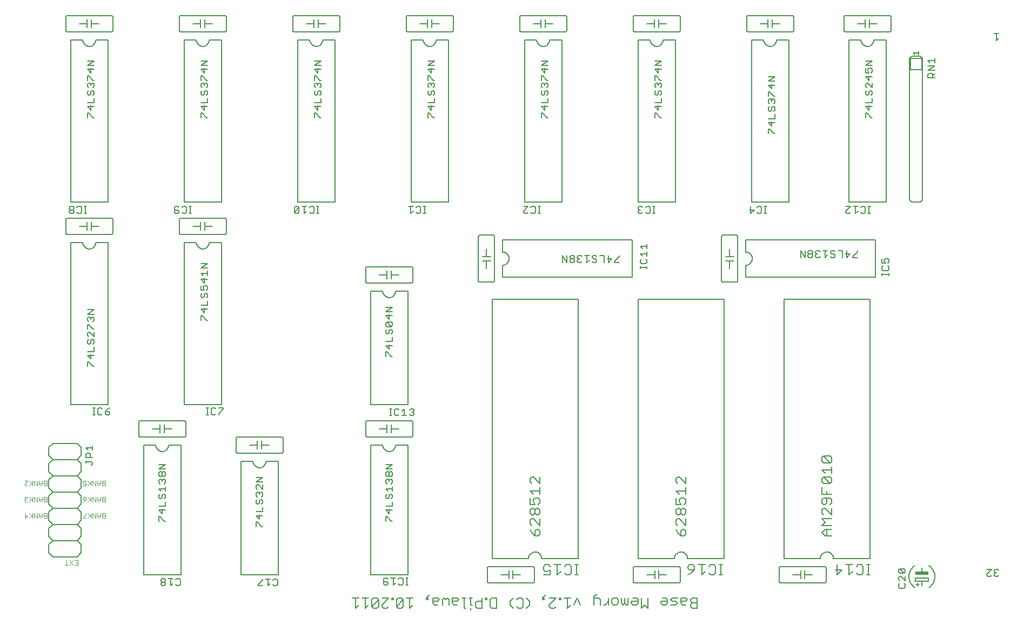
<source format=gto>
G75*
G70*
%OFA0B0*%
%FSLAX24Y24*%
%IPPOS*%
%LPD*%
%AMOC8*
5,1,8,0,0,1.08239X$1,22.5*
%
%ADD10C,0.0080*%
%ADD11R,0.0800X0.0200*%
%ADD12C,0.0030*%
%ADD13C,0.0050*%
D10*
X013319Y010388D02*
X015619Y010388D01*
X015619Y018388D01*
X014869Y018388D01*
X014867Y018349D01*
X014861Y018310D01*
X014852Y018272D01*
X014839Y018235D01*
X014822Y018199D01*
X014802Y018166D01*
X014778Y018134D01*
X014752Y018105D01*
X014723Y018079D01*
X014691Y018055D01*
X014658Y018035D01*
X014622Y018018D01*
X014585Y018005D01*
X014547Y017996D01*
X014508Y017990D01*
X014469Y017988D01*
X014430Y017990D01*
X014391Y017996D01*
X014353Y018005D01*
X014316Y018018D01*
X014280Y018035D01*
X014247Y018055D01*
X014215Y018079D01*
X014186Y018105D01*
X014160Y018134D01*
X014136Y018166D01*
X014116Y018199D01*
X014099Y018235D01*
X014086Y018272D01*
X014077Y018310D01*
X014071Y018349D01*
X014069Y018388D01*
X013319Y018388D01*
X013319Y010388D01*
X014381Y010065D02*
X014451Y010135D01*
X014591Y010135D01*
X014661Y010065D01*
X014661Y009995D01*
X014591Y009925D01*
X014451Y009925D01*
X014381Y009995D01*
X014381Y010065D01*
X014451Y009925D02*
X014381Y009854D01*
X014381Y009784D01*
X014451Y009714D01*
X014591Y009714D01*
X014661Y009784D01*
X014661Y009854D01*
X014591Y009925D01*
X014841Y010135D02*
X015122Y010135D01*
X014981Y010135D02*
X014981Y009714D01*
X015122Y009854D01*
X015302Y009784D02*
X015372Y009714D01*
X015512Y009714D01*
X015582Y009784D01*
X015582Y010065D01*
X015512Y010135D01*
X015372Y010135D01*
X015302Y010065D01*
X019319Y010388D02*
X021619Y010388D01*
X021619Y017388D01*
X020869Y017388D01*
X020867Y017349D01*
X020861Y017310D01*
X020852Y017272D01*
X020839Y017235D01*
X020822Y017199D01*
X020802Y017166D01*
X020778Y017134D01*
X020752Y017105D01*
X020723Y017079D01*
X020691Y017055D01*
X020658Y017035D01*
X020622Y017018D01*
X020585Y017005D01*
X020547Y016996D01*
X020508Y016990D01*
X020469Y016988D01*
X020430Y016990D01*
X020391Y016996D01*
X020353Y017005D01*
X020316Y017018D01*
X020280Y017035D01*
X020247Y017055D01*
X020215Y017079D01*
X020186Y017105D01*
X020160Y017134D01*
X020136Y017166D01*
X020116Y017199D01*
X020099Y017235D01*
X020086Y017272D01*
X020077Y017310D01*
X020071Y017349D01*
X020069Y017388D01*
X019319Y017388D01*
X019319Y010388D01*
X020381Y009769D02*
X020661Y010049D01*
X020661Y010119D01*
X020841Y010119D02*
X021122Y010119D01*
X020981Y010119D02*
X020981Y009699D01*
X021122Y009839D01*
X021302Y009769D02*
X021372Y009699D01*
X021512Y009699D01*
X021582Y009769D01*
X021582Y010049D01*
X021512Y010119D01*
X021372Y010119D01*
X021302Y010049D01*
X020661Y009699D02*
X020381Y009699D01*
X020381Y009769D01*
X020258Y013355D02*
X020258Y013635D01*
X020329Y013635D01*
X020609Y013355D01*
X020679Y013355D01*
X020469Y013815D02*
X020469Y014096D01*
X020679Y014026D02*
X020258Y014026D01*
X020469Y013815D01*
X020258Y014276D02*
X020679Y014276D01*
X020679Y014556D01*
X020609Y014736D02*
X020679Y014806D01*
X020679Y014946D01*
X020609Y015016D01*
X020539Y015016D01*
X020469Y014946D01*
X020469Y014806D01*
X020399Y014736D01*
X020329Y014736D01*
X020258Y014806D01*
X020258Y014946D01*
X020329Y015016D01*
X020329Y015196D02*
X020258Y015266D01*
X020258Y015407D01*
X020329Y015477D01*
X020399Y015477D01*
X020469Y015407D01*
X020539Y015477D01*
X020609Y015477D01*
X020679Y015407D01*
X020679Y015266D01*
X020609Y015196D01*
X020469Y015337D02*
X020469Y015407D01*
X020329Y015657D02*
X020258Y015727D01*
X020258Y015867D01*
X020329Y015937D01*
X020399Y015937D01*
X020679Y015657D01*
X020679Y015937D01*
X020679Y016117D02*
X020258Y016117D01*
X020679Y016397D01*
X020258Y016397D01*
X019119Y017888D02*
X021819Y017888D01*
X021836Y017890D01*
X021853Y017894D01*
X021869Y017901D01*
X021883Y017911D01*
X021896Y017924D01*
X021906Y017938D01*
X021913Y017954D01*
X021917Y017971D01*
X021919Y017988D01*
X021919Y018788D01*
X021917Y018805D01*
X021913Y018822D01*
X021906Y018838D01*
X021896Y018852D01*
X021883Y018865D01*
X021869Y018875D01*
X021853Y018882D01*
X021836Y018886D01*
X021819Y018888D01*
X019119Y018888D01*
X019102Y018886D01*
X019085Y018882D01*
X019069Y018875D01*
X019055Y018865D01*
X019042Y018852D01*
X019032Y018838D01*
X019025Y018822D01*
X019021Y018805D01*
X019019Y018788D01*
X019019Y017988D01*
X019021Y017971D01*
X019025Y017954D01*
X019032Y017938D01*
X019042Y017924D01*
X019055Y017911D01*
X019069Y017901D01*
X019085Y017894D01*
X019102Y017890D01*
X019119Y017888D01*
X019869Y018388D02*
X020339Y018388D01*
X020339Y018638D01*
X020589Y018638D02*
X020589Y018388D01*
X021069Y018388D01*
X020589Y018388D02*
X020589Y018138D01*
X020339Y018138D02*
X020339Y018388D01*
X017954Y020251D02*
X017954Y020321D01*
X018234Y020601D01*
X018234Y020671D01*
X017954Y020671D01*
X017774Y020601D02*
X017704Y020671D01*
X017564Y020671D01*
X017494Y020601D01*
X017494Y020321D01*
X017564Y020251D01*
X017704Y020251D01*
X017774Y020321D01*
X017327Y020251D02*
X017187Y020251D01*
X017257Y020251D02*
X017257Y020671D01*
X017187Y020671D02*
X017327Y020671D01*
X018119Y020888D02*
X015819Y020888D01*
X015819Y030888D01*
X016569Y030888D01*
X016571Y030849D01*
X016577Y030810D01*
X016586Y030772D01*
X016599Y030735D01*
X016616Y030699D01*
X016636Y030666D01*
X016660Y030634D01*
X016686Y030605D01*
X016715Y030579D01*
X016747Y030555D01*
X016780Y030535D01*
X016816Y030518D01*
X016853Y030505D01*
X016891Y030496D01*
X016930Y030490D01*
X016969Y030488D01*
X017008Y030490D01*
X017047Y030496D01*
X017085Y030505D01*
X017122Y030518D01*
X017158Y030535D01*
X017191Y030555D01*
X017223Y030579D01*
X017252Y030605D01*
X017278Y030634D01*
X017302Y030666D01*
X017322Y030699D01*
X017339Y030735D01*
X017352Y030772D01*
X017361Y030810D01*
X017367Y030849D01*
X017369Y030888D01*
X018119Y030888D01*
X018119Y020888D01*
X015919Y019788D02*
X015919Y018988D01*
X015917Y018971D01*
X015913Y018954D01*
X015906Y018938D01*
X015896Y018924D01*
X015883Y018911D01*
X015869Y018901D01*
X015853Y018894D01*
X015836Y018890D01*
X015819Y018888D01*
X013119Y018888D01*
X013102Y018890D01*
X013085Y018894D01*
X013069Y018901D01*
X013055Y018911D01*
X013042Y018924D01*
X013032Y018938D01*
X013025Y018954D01*
X013021Y018971D01*
X013019Y018988D01*
X013019Y019788D01*
X013021Y019805D01*
X013025Y019822D01*
X013032Y019838D01*
X013042Y019852D01*
X013055Y019865D01*
X013069Y019875D01*
X013085Y019882D01*
X013102Y019886D01*
X013119Y019888D01*
X015819Y019888D01*
X015836Y019886D01*
X015853Y019882D01*
X015869Y019875D01*
X015883Y019865D01*
X015896Y019852D01*
X015906Y019838D01*
X015913Y019822D01*
X015917Y019805D01*
X015919Y019788D01*
X015069Y019388D02*
X014589Y019388D01*
X014589Y019638D01*
X014339Y019638D02*
X014339Y019388D01*
X013869Y019388D01*
X014339Y019388D02*
X014339Y019138D01*
X014589Y019138D02*
X014589Y019388D01*
X014679Y017197D02*
X014258Y017197D01*
X014258Y016917D02*
X014679Y017197D01*
X014679Y016917D02*
X014258Y016917D01*
X014329Y016737D02*
X014399Y016737D01*
X014469Y016667D01*
X014469Y016527D01*
X014399Y016457D01*
X014329Y016457D01*
X014258Y016527D01*
X014258Y016667D01*
X014329Y016737D01*
X014469Y016667D02*
X014539Y016737D01*
X014609Y016737D01*
X014679Y016667D01*
X014679Y016527D01*
X014609Y016457D01*
X014539Y016457D01*
X014469Y016527D01*
X014539Y016277D02*
X014609Y016277D01*
X014679Y016207D01*
X014679Y016066D01*
X014609Y015996D01*
X014679Y015816D02*
X014679Y015536D01*
X014679Y015676D02*
X014258Y015676D01*
X014399Y015536D01*
X014329Y015356D02*
X014258Y015286D01*
X014258Y015146D01*
X014329Y015076D01*
X014399Y015076D01*
X014469Y015146D01*
X014469Y015286D01*
X014539Y015356D01*
X014609Y015356D01*
X014679Y015286D01*
X014679Y015146D01*
X014609Y015076D01*
X014679Y014896D02*
X014679Y014615D01*
X014258Y014615D01*
X014258Y014365D02*
X014469Y014155D01*
X014469Y014435D01*
X014679Y014365D02*
X014258Y014365D01*
X014258Y013975D02*
X014329Y013975D01*
X014609Y013695D01*
X014679Y013695D01*
X014258Y013695D02*
X014258Y013975D01*
X014329Y015996D02*
X014258Y016066D01*
X014258Y016207D01*
X014329Y016277D01*
X014399Y016277D01*
X014469Y016207D01*
X014539Y016277D01*
X014469Y016207D02*
X014469Y016136D01*
X010179Y017217D02*
X010179Y017287D01*
X010109Y017357D01*
X009758Y017357D01*
X009758Y017287D02*
X009758Y017427D01*
X009758Y017607D02*
X009758Y017817D01*
X009829Y017887D01*
X009969Y017887D01*
X010039Y017817D01*
X010039Y017607D01*
X010179Y017607D02*
X009758Y017607D01*
X009469Y017738D02*
X009219Y017488D01*
X007719Y017488D01*
X007469Y017238D01*
X007469Y016738D01*
X007719Y016488D01*
X009219Y016488D01*
X009469Y016238D01*
X009469Y015738D01*
X009219Y015488D01*
X007719Y015488D01*
X007469Y015238D01*
X007469Y014738D01*
X007719Y014488D01*
X009219Y014488D01*
X009469Y014238D01*
X009469Y013738D01*
X009219Y013488D01*
X007719Y013488D01*
X007469Y013238D01*
X007469Y012738D01*
X007719Y012488D01*
X007469Y012238D01*
X007469Y011738D01*
X007719Y011488D01*
X009219Y011488D01*
X009469Y011738D01*
X009469Y012238D01*
X009219Y012488D01*
X007719Y012488D01*
X007719Y013488D02*
X007469Y013738D01*
X007469Y014238D01*
X007719Y014488D01*
X007719Y015488D02*
X007469Y015738D01*
X007469Y016238D01*
X007719Y016488D01*
X007719Y017488D02*
X007469Y017738D01*
X007469Y018238D01*
X007719Y018488D01*
X009219Y018488D01*
X009469Y018238D01*
X009469Y017738D01*
X009219Y017488D02*
X009469Y017238D01*
X009469Y016738D01*
X009219Y016488D01*
X009219Y015488D02*
X009469Y015238D01*
X009469Y014738D01*
X009219Y014488D01*
X009219Y013488D02*
X009469Y013238D01*
X009469Y012738D01*
X009219Y012488D01*
X010109Y017147D02*
X010179Y017217D01*
X010179Y018067D02*
X010179Y018348D01*
X010179Y018207D02*
X009758Y018207D01*
X009899Y018067D01*
X010187Y020251D02*
X010327Y020251D01*
X010257Y020251D02*
X010257Y020671D01*
X010187Y020671D02*
X010327Y020671D01*
X010494Y020601D02*
X010564Y020671D01*
X010704Y020671D01*
X010774Y020601D01*
X010954Y020461D02*
X011164Y020461D01*
X011234Y020391D01*
X011234Y020321D01*
X011164Y020251D01*
X011024Y020251D01*
X010954Y020321D01*
X010954Y020461D01*
X011094Y020601D01*
X011234Y020671D01*
X011119Y020888D02*
X008819Y020888D01*
X008819Y030888D01*
X009569Y030888D01*
X009571Y030849D01*
X009577Y030810D01*
X009586Y030772D01*
X009599Y030735D01*
X009616Y030699D01*
X009636Y030666D01*
X009660Y030634D01*
X009686Y030605D01*
X009715Y030579D01*
X009747Y030555D01*
X009780Y030535D01*
X009816Y030518D01*
X009853Y030505D01*
X009891Y030496D01*
X009930Y030490D01*
X009969Y030488D01*
X010008Y030490D01*
X010047Y030496D01*
X010085Y030505D01*
X010122Y030518D01*
X010158Y030535D01*
X010191Y030555D01*
X010223Y030579D01*
X010252Y030605D01*
X010278Y030634D01*
X010302Y030666D01*
X010322Y030699D01*
X010339Y030735D01*
X010352Y030772D01*
X010361Y030810D01*
X010367Y030849D01*
X010369Y030888D01*
X011119Y030888D01*
X011119Y020888D01*
X010774Y020321D02*
X010704Y020251D01*
X010564Y020251D01*
X010494Y020321D01*
X010494Y020601D01*
X010279Y023240D02*
X010209Y023240D01*
X009929Y023521D01*
X009858Y023521D01*
X009858Y023240D01*
X010069Y023701D02*
X010069Y023981D01*
X010279Y023911D02*
X009858Y023911D01*
X010069Y023701D01*
X010279Y024161D02*
X009858Y024161D01*
X010279Y024161D02*
X010279Y024441D01*
X010209Y024621D02*
X010279Y024691D01*
X010279Y024831D01*
X010209Y024902D01*
X010139Y024902D01*
X010069Y024831D01*
X010069Y024691D01*
X009999Y024621D01*
X009929Y024621D01*
X009858Y024691D01*
X009858Y024831D01*
X009929Y024902D01*
X009929Y025082D02*
X009858Y025152D01*
X009858Y025292D01*
X009929Y025362D01*
X009999Y025362D01*
X010279Y025082D01*
X010279Y025362D01*
X010279Y025542D02*
X010209Y025542D01*
X009929Y025822D01*
X009858Y025822D01*
X009858Y025542D01*
X009929Y026002D02*
X009858Y026072D01*
X009858Y026213D01*
X009929Y026283D01*
X009999Y026283D01*
X010069Y026213D01*
X010139Y026283D01*
X010209Y026283D01*
X010279Y026213D01*
X010279Y026072D01*
X010209Y026002D01*
X010069Y026143D02*
X010069Y026213D01*
X010279Y026463D02*
X009858Y026463D01*
X010279Y026743D01*
X009858Y026743D01*
X008619Y031388D02*
X011319Y031388D01*
X011336Y031390D01*
X011353Y031394D01*
X011369Y031401D01*
X011383Y031411D01*
X011396Y031424D01*
X011406Y031438D01*
X011413Y031454D01*
X011417Y031471D01*
X011419Y031488D01*
X011419Y032288D01*
X011417Y032305D01*
X011413Y032322D01*
X011406Y032338D01*
X011396Y032352D01*
X011383Y032365D01*
X011369Y032375D01*
X011353Y032382D01*
X011336Y032386D01*
X011319Y032388D01*
X008619Y032388D01*
X008602Y032386D01*
X008585Y032382D01*
X008569Y032375D01*
X008555Y032365D01*
X008542Y032352D01*
X008532Y032338D01*
X008525Y032322D01*
X008521Y032305D01*
X008519Y032288D01*
X008519Y031488D01*
X008521Y031471D01*
X008525Y031454D01*
X008532Y031438D01*
X008542Y031424D01*
X008555Y031411D01*
X008569Y031401D01*
X008585Y031394D01*
X008602Y031390D01*
X008619Y031388D01*
X009369Y031888D02*
X009839Y031888D01*
X009839Y032138D01*
X010089Y032138D02*
X010089Y031888D01*
X010569Y031888D01*
X010089Y031888D02*
X010089Y031638D01*
X009839Y031638D02*
X009839Y031888D01*
X009790Y032687D02*
X009650Y032687D01*
X009720Y032687D02*
X009720Y033107D01*
X009790Y033107D02*
X009650Y033107D01*
X009483Y033037D02*
X009413Y033107D01*
X009273Y033107D01*
X009203Y033037D01*
X009023Y033037D02*
X009023Y032967D01*
X008953Y032897D01*
X008813Y032897D01*
X008743Y032967D01*
X008743Y033037D01*
X008813Y033107D01*
X008953Y033107D01*
X009023Y033037D01*
X008953Y032897D02*
X009023Y032827D01*
X009023Y032757D01*
X008953Y032687D01*
X008813Y032687D01*
X008743Y032757D01*
X008743Y032827D01*
X008813Y032897D01*
X009203Y032757D02*
X009273Y032687D01*
X009413Y032687D01*
X009483Y032757D01*
X009483Y033037D01*
X008819Y033388D02*
X011119Y033388D01*
X011119Y043388D01*
X010369Y043388D01*
X010367Y043349D01*
X010361Y043310D01*
X010352Y043272D01*
X010339Y043235D01*
X010322Y043199D01*
X010302Y043166D01*
X010278Y043134D01*
X010252Y043105D01*
X010223Y043079D01*
X010191Y043055D01*
X010158Y043035D01*
X010122Y043018D01*
X010085Y043005D01*
X010047Y042996D01*
X010008Y042990D01*
X009969Y042988D01*
X009930Y042990D01*
X009891Y042996D01*
X009853Y043005D01*
X009816Y043018D01*
X009780Y043035D01*
X009747Y043055D01*
X009715Y043079D01*
X009686Y043105D01*
X009660Y043134D01*
X009636Y043166D01*
X009616Y043199D01*
X009599Y043235D01*
X009586Y043272D01*
X009577Y043310D01*
X009571Y043349D01*
X009569Y043388D01*
X008819Y043388D01*
X008819Y033388D01*
X015227Y033037D02*
X015227Y032757D01*
X015297Y032687D01*
X015437Y032687D01*
X015507Y032757D01*
X015507Y032827D01*
X015437Y032897D01*
X015227Y032897D01*
X015227Y033037D02*
X015297Y033107D01*
X015437Y033107D01*
X015507Y033037D01*
X015687Y033037D02*
X015757Y033107D01*
X015898Y033107D01*
X015968Y033037D01*
X015968Y032757D01*
X015898Y032687D01*
X015757Y032687D01*
X015687Y032757D01*
X015619Y032388D02*
X018319Y032388D01*
X018336Y032386D01*
X018353Y032382D01*
X018369Y032375D01*
X018383Y032365D01*
X018396Y032352D01*
X018406Y032338D01*
X018413Y032322D01*
X018417Y032305D01*
X018419Y032288D01*
X018419Y031488D01*
X018417Y031471D01*
X018413Y031454D01*
X018406Y031438D01*
X018396Y031424D01*
X018383Y031411D01*
X018369Y031401D01*
X018353Y031394D01*
X018336Y031390D01*
X018319Y031388D01*
X015619Y031388D01*
X015602Y031390D01*
X015585Y031394D01*
X015569Y031401D01*
X015555Y031411D01*
X015542Y031424D01*
X015532Y031438D01*
X015525Y031454D01*
X015521Y031471D01*
X015519Y031488D01*
X015519Y032288D01*
X015521Y032305D01*
X015525Y032322D01*
X015532Y032338D01*
X015542Y032352D01*
X015555Y032365D01*
X015569Y032375D01*
X015585Y032382D01*
X015602Y032386D01*
X015619Y032388D01*
X016134Y032687D02*
X016274Y032687D01*
X016204Y032687D02*
X016204Y033107D01*
X016274Y033107D02*
X016134Y033107D01*
X015819Y033388D02*
X018119Y033388D01*
X018119Y043388D01*
X017369Y043388D01*
X017367Y043349D01*
X017361Y043310D01*
X017352Y043272D01*
X017339Y043235D01*
X017322Y043199D01*
X017302Y043166D01*
X017278Y043134D01*
X017252Y043105D01*
X017223Y043079D01*
X017191Y043055D01*
X017158Y043035D01*
X017122Y043018D01*
X017085Y043005D01*
X017047Y042996D01*
X017008Y042990D01*
X016969Y042988D01*
X016930Y042990D01*
X016891Y042996D01*
X016853Y043005D01*
X016816Y043018D01*
X016780Y043035D01*
X016747Y043055D01*
X016715Y043079D01*
X016686Y043105D01*
X016660Y043134D01*
X016636Y043166D01*
X016616Y043199D01*
X016599Y043235D01*
X016586Y043272D01*
X016577Y043310D01*
X016571Y043349D01*
X016569Y043388D01*
X015819Y043388D01*
X015819Y033388D01*
X016839Y032138D02*
X016839Y031888D01*
X016369Y031888D01*
X016839Y031888D02*
X016839Y031638D01*
X017089Y031638D02*
X017089Y031888D01*
X017569Y031888D01*
X017089Y031888D02*
X017089Y032138D01*
X017279Y029597D02*
X016858Y029597D01*
X016858Y029317D02*
X017279Y029597D01*
X017279Y029317D02*
X016858Y029317D01*
X016858Y028997D02*
X017279Y028997D01*
X017279Y028857D02*
X017279Y029137D01*
X016999Y028857D02*
X016858Y028997D01*
X017069Y028677D02*
X017069Y028396D01*
X016858Y028607D01*
X017279Y028607D01*
X017209Y028216D02*
X017279Y028146D01*
X017279Y028006D01*
X017209Y027936D01*
X017069Y027936D02*
X016999Y028076D01*
X016999Y028146D01*
X017069Y028216D01*
X017209Y028216D01*
X017069Y027936D02*
X016858Y027936D01*
X016858Y028216D01*
X016929Y027756D02*
X016858Y027686D01*
X016858Y027546D01*
X016929Y027476D01*
X016999Y027476D01*
X017069Y027546D01*
X017069Y027686D01*
X017139Y027756D01*
X017209Y027756D01*
X017279Y027686D01*
X017279Y027546D01*
X017209Y027476D01*
X017279Y027296D02*
X017279Y027015D01*
X016858Y027015D01*
X016858Y026765D02*
X017069Y026555D01*
X017069Y026835D01*
X017279Y026765D02*
X016858Y026765D01*
X016858Y026375D02*
X016929Y026375D01*
X017209Y026095D01*
X017279Y026095D01*
X016858Y026095D02*
X016858Y026375D01*
X022699Y032687D02*
X022629Y032757D01*
X022909Y033037D01*
X022839Y033107D01*
X022699Y033107D01*
X022629Y033037D01*
X022629Y032757D01*
X022699Y032687D02*
X022839Y032687D01*
X022909Y032757D01*
X022909Y033037D01*
X023089Y033107D02*
X023369Y033107D01*
X023229Y033107D02*
X023229Y032687D01*
X023369Y032827D01*
X023550Y032757D02*
X023620Y032687D01*
X023760Y032687D01*
X023830Y032757D01*
X023830Y033037D01*
X023760Y033107D01*
X023620Y033107D01*
X023550Y033037D01*
X023997Y033107D02*
X024137Y033107D01*
X024067Y033107D02*
X024067Y032687D01*
X024137Y032687D02*
X023997Y032687D01*
X025119Y033388D02*
X022819Y033388D01*
X022819Y043388D01*
X023569Y043388D01*
X023571Y043349D01*
X023577Y043310D01*
X023586Y043272D01*
X023599Y043235D01*
X023616Y043199D01*
X023636Y043166D01*
X023660Y043134D01*
X023686Y043105D01*
X023715Y043079D01*
X023747Y043055D01*
X023780Y043035D01*
X023816Y043018D01*
X023853Y043005D01*
X023891Y042996D01*
X023930Y042990D01*
X023969Y042988D01*
X024008Y042990D01*
X024047Y042996D01*
X024085Y043005D01*
X024122Y043018D01*
X024158Y043035D01*
X024191Y043055D01*
X024223Y043079D01*
X024252Y043105D01*
X024278Y043134D01*
X024302Y043166D01*
X024322Y043199D01*
X024339Y043235D01*
X024352Y043272D01*
X024361Y043310D01*
X024367Y043349D01*
X024369Y043388D01*
X025119Y043388D01*
X025119Y033388D01*
X029672Y033107D02*
X029952Y033107D01*
X029812Y033107D02*
X029812Y032687D01*
X029952Y032827D01*
X030132Y032757D02*
X030202Y032687D01*
X030342Y032687D01*
X030412Y032757D01*
X030412Y033037D01*
X030342Y033107D01*
X030202Y033107D01*
X030132Y033037D01*
X030579Y033107D02*
X030719Y033107D01*
X030649Y033107D02*
X030649Y032687D01*
X030719Y032687D02*
X030579Y032687D01*
X029819Y033388D02*
X032119Y033388D01*
X032119Y043388D01*
X031369Y043388D01*
X031367Y043349D01*
X031361Y043310D01*
X031352Y043272D01*
X031339Y043235D01*
X031322Y043199D01*
X031302Y043166D01*
X031278Y043134D01*
X031252Y043105D01*
X031223Y043079D01*
X031191Y043055D01*
X031158Y043035D01*
X031122Y043018D01*
X031085Y043005D01*
X031047Y042996D01*
X031008Y042990D01*
X030969Y042988D01*
X030930Y042990D01*
X030891Y042996D01*
X030853Y043005D01*
X030816Y043018D01*
X030780Y043035D01*
X030747Y043055D01*
X030715Y043079D01*
X030686Y043105D01*
X030660Y043134D01*
X030636Y043166D01*
X030616Y043199D01*
X030599Y043235D01*
X030586Y043272D01*
X030577Y043310D01*
X030571Y043349D01*
X030569Y043388D01*
X029819Y043388D01*
X029819Y033388D01*
X033969Y031238D02*
X033969Y028538D01*
X033971Y028521D01*
X033975Y028504D01*
X033982Y028488D01*
X033992Y028474D01*
X034005Y028461D01*
X034019Y028451D01*
X034035Y028444D01*
X034052Y028440D01*
X034069Y028438D01*
X034869Y028438D01*
X034886Y028440D01*
X034903Y028444D01*
X034919Y028451D01*
X034933Y028461D01*
X034946Y028474D01*
X034956Y028488D01*
X034963Y028504D01*
X034967Y028521D01*
X034969Y028538D01*
X034969Y031238D01*
X034967Y031255D01*
X034963Y031272D01*
X034956Y031288D01*
X034946Y031302D01*
X034933Y031315D01*
X034919Y031325D01*
X034903Y031332D01*
X034886Y031336D01*
X034869Y031338D01*
X034069Y031338D01*
X034052Y031336D01*
X034035Y031332D01*
X034019Y031325D01*
X034005Y031315D01*
X033992Y031302D01*
X033982Y031288D01*
X033975Y031272D01*
X033971Y031255D01*
X033969Y031238D01*
X034469Y030488D02*
X034469Y030008D01*
X034219Y030008D01*
X034469Y030008D02*
X034719Y030008D01*
X034719Y029758D02*
X034469Y029758D01*
X034469Y029288D01*
X034469Y029758D02*
X034219Y029758D01*
X035469Y029488D02*
X035508Y029490D01*
X035547Y029496D01*
X035585Y029505D01*
X035622Y029518D01*
X035658Y029535D01*
X035691Y029555D01*
X035723Y029579D01*
X035752Y029605D01*
X035778Y029634D01*
X035802Y029666D01*
X035822Y029699D01*
X035839Y029735D01*
X035852Y029772D01*
X035861Y029810D01*
X035867Y029849D01*
X035869Y029888D01*
X035867Y029927D01*
X035861Y029966D01*
X035852Y030004D01*
X035839Y030041D01*
X035822Y030077D01*
X035802Y030110D01*
X035778Y030142D01*
X035752Y030171D01*
X035723Y030197D01*
X035691Y030221D01*
X035658Y030241D01*
X035622Y030258D01*
X035585Y030271D01*
X035547Y030280D01*
X035508Y030286D01*
X035469Y030288D01*
X035469Y031038D01*
X043469Y031038D01*
X043469Y028738D01*
X035469Y028738D01*
X035469Y029488D01*
X034819Y027388D02*
X040119Y027388D01*
X040119Y011388D01*
X037869Y011388D01*
X037867Y011427D01*
X037861Y011466D01*
X037852Y011504D01*
X037839Y011541D01*
X037822Y011577D01*
X037802Y011610D01*
X037778Y011642D01*
X037752Y011671D01*
X037723Y011697D01*
X037691Y011721D01*
X037658Y011741D01*
X037622Y011758D01*
X037585Y011771D01*
X037547Y011780D01*
X037508Y011786D01*
X037469Y011788D01*
X037430Y011786D01*
X037391Y011780D01*
X037353Y011771D01*
X037316Y011758D01*
X037280Y011741D01*
X037247Y011721D01*
X037215Y011697D01*
X037186Y011671D01*
X037160Y011642D01*
X037136Y011610D01*
X037116Y011577D01*
X037099Y011541D01*
X037086Y011504D01*
X037077Y011466D01*
X037071Y011427D01*
X037069Y011388D01*
X034819Y011388D01*
X034819Y027388D01*
X039156Y029657D02*
X039156Y030078D01*
X039436Y029657D01*
X039436Y030078D01*
X039616Y030008D02*
X039687Y030078D01*
X039827Y030078D01*
X039897Y030008D01*
X039897Y029938D01*
X039827Y029868D01*
X039687Y029868D01*
X039616Y029938D01*
X039616Y030008D01*
X039687Y029868D02*
X039616Y029797D01*
X039616Y029727D01*
X039687Y029657D01*
X039827Y029657D01*
X039897Y029727D01*
X039897Y029797D01*
X039827Y029868D01*
X040077Y029938D02*
X040077Y030008D01*
X040147Y030078D01*
X040287Y030078D01*
X040357Y030008D01*
X040537Y030078D02*
X040817Y030078D01*
X040677Y030078D02*
X040677Y029657D01*
X040817Y029797D01*
X040998Y029727D02*
X041068Y029657D01*
X041208Y029657D01*
X041278Y029727D01*
X041278Y029797D01*
X041208Y029868D01*
X041068Y029868D01*
X040998Y029938D01*
X040998Y030008D01*
X041068Y030078D01*
X041208Y030078D01*
X041278Y030008D01*
X041458Y030078D02*
X041738Y030078D01*
X041738Y029657D01*
X041988Y029657D02*
X042198Y029868D01*
X041918Y029868D01*
X041988Y030078D02*
X041988Y029657D01*
X042379Y029657D02*
X042379Y029727D01*
X042659Y030008D01*
X042659Y030078D01*
X042659Y029657D02*
X042379Y029657D01*
X043950Y029648D02*
X044020Y029578D01*
X044300Y029578D01*
X044370Y029648D01*
X044370Y029789D01*
X044300Y029859D01*
X044370Y030039D02*
X044370Y030319D01*
X044370Y030179D02*
X043950Y030179D01*
X044090Y030039D01*
X044020Y029859D02*
X043950Y029789D01*
X043950Y029648D01*
X043950Y029412D02*
X043950Y029272D01*
X043950Y029342D02*
X044370Y029342D01*
X044370Y029272D02*
X044370Y029412D01*
X044370Y030499D02*
X044370Y030779D01*
X044370Y030639D02*
X043950Y030639D01*
X044090Y030499D01*
X044032Y032687D02*
X043892Y032687D01*
X043821Y032757D01*
X043821Y032827D01*
X043892Y032897D01*
X043821Y032967D01*
X043821Y033037D01*
X043892Y033107D01*
X044032Y033107D01*
X044102Y033037D01*
X044282Y033037D02*
X044352Y033107D01*
X044492Y033107D01*
X044562Y033037D01*
X044562Y032757D01*
X044492Y032687D01*
X044352Y032687D01*
X044282Y032757D01*
X044102Y032757D02*
X044032Y032687D01*
X043962Y032897D02*
X043892Y032897D01*
X043819Y033388D02*
X046119Y033388D01*
X046119Y043388D01*
X045369Y043388D01*
X045367Y043349D01*
X045361Y043310D01*
X045352Y043272D01*
X045339Y043235D01*
X045322Y043199D01*
X045302Y043166D01*
X045278Y043134D01*
X045252Y043105D01*
X045223Y043079D01*
X045191Y043055D01*
X045158Y043035D01*
X045122Y043018D01*
X045085Y043005D01*
X045047Y042996D01*
X045008Y042990D01*
X044969Y042988D01*
X044930Y042990D01*
X044891Y042996D01*
X044853Y043005D01*
X044816Y043018D01*
X044780Y043035D01*
X044747Y043055D01*
X044715Y043079D01*
X044686Y043105D01*
X044660Y043134D01*
X044636Y043166D01*
X044616Y043199D01*
X044599Y043235D01*
X044586Y043272D01*
X044577Y043310D01*
X044571Y043349D01*
X044569Y043388D01*
X043819Y043388D01*
X043819Y033388D01*
X044729Y033107D02*
X044869Y033107D01*
X044799Y033107D02*
X044799Y032687D01*
X044869Y032687D02*
X044729Y032687D01*
X048969Y031238D02*
X048969Y028538D01*
X048971Y028521D01*
X048975Y028504D01*
X048982Y028488D01*
X048992Y028474D01*
X049005Y028461D01*
X049019Y028451D01*
X049035Y028444D01*
X049052Y028440D01*
X049069Y028438D01*
X049869Y028438D01*
X049886Y028440D01*
X049903Y028444D01*
X049919Y028451D01*
X049933Y028461D01*
X049946Y028474D01*
X049956Y028488D01*
X049963Y028504D01*
X049967Y028521D01*
X049969Y028538D01*
X049969Y031238D01*
X049967Y031255D01*
X049963Y031272D01*
X049956Y031288D01*
X049946Y031302D01*
X049933Y031315D01*
X049919Y031325D01*
X049903Y031332D01*
X049886Y031336D01*
X049869Y031338D01*
X049069Y031338D01*
X049052Y031336D01*
X049035Y031332D01*
X049019Y031325D01*
X049005Y031315D01*
X048992Y031302D01*
X048982Y031288D01*
X048975Y031272D01*
X048971Y031255D01*
X048969Y031238D01*
X049469Y030488D02*
X049469Y030008D01*
X049219Y030008D01*
X049469Y030008D02*
X049719Y030008D01*
X049719Y029758D02*
X049469Y029758D01*
X049469Y029288D01*
X049469Y029758D02*
X049219Y029758D01*
X050469Y029488D02*
X050508Y029490D01*
X050547Y029496D01*
X050585Y029505D01*
X050622Y029518D01*
X050658Y029535D01*
X050691Y029555D01*
X050723Y029579D01*
X050752Y029605D01*
X050778Y029634D01*
X050802Y029666D01*
X050822Y029699D01*
X050839Y029735D01*
X050852Y029772D01*
X050861Y029810D01*
X050867Y029849D01*
X050869Y029888D01*
X050867Y029927D01*
X050861Y029966D01*
X050852Y030004D01*
X050839Y030041D01*
X050822Y030077D01*
X050802Y030110D01*
X050778Y030142D01*
X050752Y030171D01*
X050723Y030197D01*
X050691Y030221D01*
X050658Y030241D01*
X050622Y030258D01*
X050585Y030271D01*
X050547Y030280D01*
X050508Y030286D01*
X050469Y030288D01*
X050469Y031038D01*
X058469Y031038D01*
X058469Y028738D01*
X050469Y028738D01*
X050469Y029488D01*
X049119Y027388D02*
X043819Y027388D01*
X043819Y011388D01*
X046069Y011388D01*
X046071Y011427D01*
X046077Y011466D01*
X046086Y011504D01*
X046099Y011541D01*
X046116Y011577D01*
X046136Y011610D01*
X046160Y011642D01*
X046186Y011671D01*
X046215Y011697D01*
X046247Y011721D01*
X046280Y011741D01*
X046316Y011758D01*
X046353Y011771D01*
X046391Y011780D01*
X046430Y011786D01*
X046469Y011788D01*
X046508Y011786D01*
X046547Y011780D01*
X046585Y011771D01*
X046622Y011758D01*
X046658Y011741D01*
X046691Y011721D01*
X046723Y011697D01*
X046752Y011671D01*
X046778Y011642D01*
X046802Y011610D01*
X046822Y011577D01*
X046839Y011541D01*
X046852Y011504D01*
X046861Y011466D01*
X046867Y011427D01*
X046869Y011388D01*
X049119Y011388D01*
X049119Y027388D01*
X052819Y027388D02*
X058119Y027388D01*
X058119Y011388D01*
X055869Y011388D01*
X055867Y011427D01*
X055861Y011466D01*
X055852Y011504D01*
X055839Y011541D01*
X055822Y011577D01*
X055802Y011610D01*
X055778Y011642D01*
X055752Y011671D01*
X055723Y011697D01*
X055691Y011721D01*
X055658Y011741D01*
X055622Y011758D01*
X055585Y011771D01*
X055547Y011780D01*
X055508Y011786D01*
X055469Y011788D01*
X055430Y011786D01*
X055391Y011780D01*
X055353Y011771D01*
X055316Y011758D01*
X055280Y011741D01*
X055247Y011721D01*
X055215Y011697D01*
X055186Y011671D01*
X055160Y011642D01*
X055136Y011610D01*
X055116Y011577D01*
X055099Y011541D01*
X055086Y011504D01*
X055077Y011466D01*
X055071Y011427D01*
X055069Y011388D01*
X052819Y011388D01*
X052819Y027388D01*
X053848Y029961D02*
X053848Y030381D01*
X054128Y029961D01*
X054128Y030381D01*
X054308Y030311D02*
X054378Y030381D01*
X054518Y030381D01*
X054588Y030311D01*
X054588Y030241D01*
X054518Y030171D01*
X054378Y030171D01*
X054308Y030241D01*
X054308Y030311D01*
X054378Y030171D02*
X054308Y030101D01*
X054308Y030031D01*
X054378Y029961D01*
X054518Y029961D01*
X054588Y030031D01*
X054588Y030101D01*
X054518Y030171D01*
X054768Y030241D02*
X054768Y030311D01*
X054838Y030381D01*
X054979Y030381D01*
X055049Y030311D01*
X055229Y030381D02*
X055509Y030381D01*
X055369Y030381D02*
X055369Y029961D01*
X055509Y030101D01*
X055689Y030031D02*
X055759Y029961D01*
X055899Y029961D01*
X055969Y030031D01*
X055969Y030101D01*
X055899Y030171D01*
X055759Y030171D01*
X055689Y030241D01*
X055689Y030311D01*
X055759Y030381D01*
X055899Y030381D01*
X055969Y030311D01*
X056149Y030381D02*
X056430Y030381D01*
X056430Y029961D01*
X056680Y029961D02*
X056890Y030171D01*
X056610Y030171D01*
X056680Y030381D02*
X056680Y029961D01*
X057070Y029961D02*
X057070Y030031D01*
X057350Y030311D01*
X057350Y030381D01*
X057350Y029961D02*
X057070Y029961D01*
X058871Y029894D02*
X058871Y029613D01*
X059081Y029613D01*
X059011Y029753D01*
X059011Y029824D01*
X059081Y029894D01*
X059221Y029894D01*
X059291Y029824D01*
X059291Y029683D01*
X059221Y029613D01*
X059221Y029433D02*
X059291Y029363D01*
X059291Y029223D01*
X059221Y029153D01*
X058941Y029153D01*
X058871Y029223D01*
X058871Y029363D01*
X058941Y029433D01*
X058871Y028986D02*
X058871Y028846D01*
X058871Y028916D02*
X059291Y028916D01*
X059291Y028846D02*
X059291Y028986D01*
X055049Y030031D02*
X054979Y029961D01*
X054838Y029961D01*
X054768Y030031D01*
X054768Y030101D01*
X054838Y030171D01*
X054768Y030241D01*
X054838Y030171D02*
X054908Y030171D01*
X056711Y032687D02*
X056851Y032687D01*
X056921Y032757D01*
X056711Y032687D02*
X056641Y032757D01*
X056641Y032827D01*
X056921Y033107D01*
X056641Y033107D01*
X056819Y033388D02*
X059119Y033388D01*
X059119Y043388D01*
X058369Y043388D01*
X058367Y043349D01*
X058361Y043310D01*
X058352Y043272D01*
X058339Y043235D01*
X058322Y043199D01*
X058302Y043166D01*
X058278Y043134D01*
X058252Y043105D01*
X058223Y043079D01*
X058191Y043055D01*
X058158Y043035D01*
X058122Y043018D01*
X058085Y043005D01*
X058047Y042996D01*
X058008Y042990D01*
X057969Y042988D01*
X057930Y042990D01*
X057891Y042996D01*
X057853Y043005D01*
X057816Y043018D01*
X057780Y043035D01*
X057747Y043055D01*
X057715Y043079D01*
X057686Y043105D01*
X057660Y043134D01*
X057636Y043166D01*
X057616Y043199D01*
X057599Y043235D01*
X057586Y043272D01*
X057577Y043310D01*
X057571Y043349D01*
X057569Y043388D01*
X056819Y043388D01*
X056819Y033388D01*
X057101Y033107D02*
X057381Y033107D01*
X057241Y033107D02*
X057241Y032687D01*
X057381Y032827D01*
X057561Y032757D02*
X057631Y032687D01*
X057772Y032687D01*
X057842Y032757D01*
X057842Y033037D01*
X057772Y033107D01*
X057631Y033107D01*
X057561Y033037D01*
X058008Y033107D02*
X058149Y033107D01*
X058078Y033107D02*
X058078Y032687D01*
X058008Y032687D02*
X058149Y032687D01*
X060569Y033588D02*
X060569Y042188D01*
X060619Y042238D02*
X061319Y042238D01*
X061319Y041538D01*
X060619Y041538D01*
X060619Y042238D01*
X060569Y042188D02*
X060571Y042214D01*
X060576Y042240D01*
X060584Y042265D01*
X060596Y042288D01*
X060610Y042310D01*
X060628Y042329D01*
X060647Y042347D01*
X060669Y042361D01*
X060692Y042373D01*
X060717Y042381D01*
X060743Y042386D01*
X060769Y042388D01*
X061169Y042388D01*
X061119Y042469D02*
X061119Y042675D01*
X061119Y042572D02*
X060809Y042572D01*
X060912Y042469D01*
X061169Y042388D02*
X061195Y042386D01*
X061221Y042381D01*
X061246Y042373D01*
X061269Y042361D01*
X061291Y042347D01*
X061310Y042329D01*
X061328Y042310D01*
X061342Y042288D01*
X061354Y042265D01*
X061362Y042240D01*
X061367Y042214D01*
X061369Y042188D01*
X061369Y033588D01*
X061367Y033562D01*
X061362Y033536D01*
X061354Y033511D01*
X061342Y033488D01*
X061328Y033466D01*
X061310Y033447D01*
X061291Y033429D01*
X061269Y033415D01*
X061246Y033403D01*
X061221Y033395D01*
X061195Y033390D01*
X061169Y033388D01*
X060769Y033388D01*
X060743Y033390D01*
X060717Y033395D01*
X060692Y033403D01*
X060669Y033415D01*
X060647Y033429D01*
X060628Y033447D01*
X060610Y033466D01*
X060596Y033488D01*
X060584Y033511D01*
X060576Y033536D01*
X060571Y033562D01*
X060569Y033588D01*
X058279Y038595D02*
X058209Y038595D01*
X057929Y038875D01*
X057858Y038875D01*
X057858Y038595D01*
X058069Y039055D02*
X058069Y039335D01*
X058279Y039265D02*
X057858Y039265D01*
X058069Y039055D01*
X058279Y039515D02*
X057858Y039515D01*
X058279Y039515D02*
X058279Y039796D01*
X058209Y039976D02*
X058279Y040046D01*
X058279Y040186D01*
X058209Y040256D01*
X058139Y040256D01*
X058069Y040186D01*
X058069Y040046D01*
X057999Y039976D01*
X057929Y039976D01*
X057858Y040046D01*
X057858Y040186D01*
X057929Y040256D01*
X057929Y040436D02*
X057858Y040506D01*
X057858Y040646D01*
X057929Y040716D01*
X057999Y040716D01*
X058279Y040436D01*
X058279Y040716D01*
X058069Y040896D02*
X058069Y041177D01*
X058069Y041357D02*
X057999Y041497D01*
X057999Y041567D01*
X058069Y041637D01*
X058209Y041637D01*
X058279Y041567D01*
X058279Y041427D01*
X058209Y041357D01*
X058069Y041357D02*
X057858Y041357D01*
X057858Y041637D01*
X057858Y041817D02*
X058279Y042097D01*
X057858Y042097D01*
X057858Y041817D02*
X058279Y041817D01*
X058279Y041107D02*
X057858Y041107D01*
X058069Y040896D01*
X059319Y043888D02*
X056619Y043888D01*
X056602Y043890D01*
X056585Y043894D01*
X056569Y043901D01*
X056555Y043911D01*
X056542Y043924D01*
X056532Y043938D01*
X056525Y043954D01*
X056521Y043971D01*
X056519Y043988D01*
X056519Y044788D01*
X056521Y044805D01*
X056525Y044822D01*
X056532Y044838D01*
X056542Y044852D01*
X056555Y044865D01*
X056569Y044875D01*
X056585Y044882D01*
X056602Y044886D01*
X056619Y044888D01*
X059319Y044888D01*
X059336Y044886D01*
X059353Y044882D01*
X059369Y044875D01*
X059383Y044865D01*
X059396Y044852D01*
X059406Y044838D01*
X059413Y044822D01*
X059417Y044805D01*
X059419Y044788D01*
X059419Y043988D01*
X059417Y043971D01*
X059413Y043954D01*
X059406Y043938D01*
X059396Y043924D01*
X059383Y043911D01*
X059369Y043901D01*
X059353Y043894D01*
X059336Y043890D01*
X059319Y043888D01*
X058569Y044388D02*
X058089Y044388D01*
X058089Y044638D01*
X057839Y044638D02*
X057839Y044388D01*
X057369Y044388D01*
X057839Y044388D02*
X057839Y044138D01*
X058089Y044138D02*
X058089Y044388D01*
X061705Y042107D02*
X062126Y042107D01*
X062126Y041967D02*
X062126Y042248D01*
X061845Y041967D02*
X061705Y042107D01*
X061705Y041787D02*
X062126Y041787D01*
X061705Y041507D01*
X062126Y041507D01*
X062126Y041327D02*
X061986Y041187D01*
X061986Y041257D02*
X061986Y041047D01*
X062126Y041047D02*
X061705Y041047D01*
X061705Y041257D01*
X061775Y041327D01*
X061916Y041327D01*
X061986Y041257D01*
X065938Y043356D02*
X065938Y043777D01*
X066078Y043777D02*
X065798Y043777D01*
X066078Y043497D02*
X065938Y043356D01*
X053419Y043988D02*
X053419Y044788D01*
X053417Y044805D01*
X053413Y044822D01*
X053406Y044838D01*
X053396Y044852D01*
X053383Y044865D01*
X053369Y044875D01*
X053353Y044882D01*
X053336Y044886D01*
X053319Y044888D01*
X050619Y044888D01*
X050602Y044886D01*
X050585Y044882D01*
X050569Y044875D01*
X050555Y044865D01*
X050542Y044852D01*
X050532Y044838D01*
X050525Y044822D01*
X050521Y044805D01*
X050519Y044788D01*
X050519Y043988D01*
X050521Y043971D01*
X050525Y043954D01*
X050532Y043938D01*
X050542Y043924D01*
X050555Y043911D01*
X050569Y043901D01*
X050585Y043894D01*
X050602Y043890D01*
X050619Y043888D01*
X053319Y043888D01*
X053336Y043890D01*
X053353Y043894D01*
X053369Y043901D01*
X053383Y043911D01*
X053396Y043924D01*
X053406Y043938D01*
X053413Y043954D01*
X053417Y043971D01*
X053419Y043988D01*
X053119Y043388D02*
X052369Y043388D01*
X052367Y043349D01*
X052361Y043310D01*
X052352Y043272D01*
X052339Y043235D01*
X052322Y043199D01*
X052302Y043166D01*
X052278Y043134D01*
X052252Y043105D01*
X052223Y043079D01*
X052191Y043055D01*
X052158Y043035D01*
X052122Y043018D01*
X052085Y043005D01*
X052047Y042996D01*
X052008Y042990D01*
X051969Y042988D01*
X051930Y042990D01*
X051891Y042996D01*
X051853Y043005D01*
X051816Y043018D01*
X051780Y043035D01*
X051747Y043055D01*
X051715Y043079D01*
X051686Y043105D01*
X051660Y043134D01*
X051636Y043166D01*
X051616Y043199D01*
X051599Y043235D01*
X051586Y043272D01*
X051577Y043310D01*
X051571Y043349D01*
X051569Y043388D01*
X050819Y043388D01*
X050819Y033388D01*
X053119Y033388D01*
X053119Y043388D01*
X052569Y044388D02*
X052089Y044388D01*
X052089Y044638D01*
X051839Y044638D02*
X051839Y044388D01*
X051369Y044388D01*
X051839Y044388D02*
X051839Y044138D01*
X052089Y044138D02*
X052089Y044388D01*
X052279Y041113D02*
X051858Y041113D01*
X051858Y040833D02*
X052279Y041113D01*
X052279Y040833D02*
X051858Y040833D01*
X051858Y040583D02*
X052069Y040372D01*
X052069Y040653D01*
X052279Y040583D02*
X051858Y040583D01*
X051858Y040192D02*
X051929Y040192D01*
X052209Y039912D01*
X052279Y039912D01*
X052209Y039732D02*
X052279Y039662D01*
X052279Y039522D01*
X052209Y039452D01*
X052209Y039272D02*
X052279Y039202D01*
X052279Y039061D01*
X052209Y038991D01*
X052069Y039061D02*
X051999Y038991D01*
X051929Y038991D01*
X051858Y039061D01*
X051858Y039202D01*
X051929Y039272D01*
X052069Y039202D02*
X052139Y039272D01*
X052209Y039272D01*
X052069Y039202D02*
X052069Y039061D01*
X052279Y038811D02*
X052279Y038531D01*
X051858Y038531D01*
X051858Y038281D02*
X052069Y038071D01*
X052069Y038351D01*
X052279Y038281D02*
X051858Y038281D01*
X051858Y037891D02*
X051929Y037891D01*
X052209Y037610D01*
X052279Y037610D01*
X051858Y037610D02*
X051858Y037891D01*
X051929Y039452D02*
X051858Y039522D01*
X051858Y039662D01*
X051929Y039732D01*
X051999Y039732D01*
X052069Y039662D01*
X052139Y039732D01*
X052209Y039732D01*
X052069Y039662D02*
X052069Y039592D01*
X051858Y039912D02*
X051858Y040192D01*
X046419Y043988D02*
X046419Y044788D01*
X046417Y044805D01*
X046413Y044822D01*
X046406Y044838D01*
X046396Y044852D01*
X046383Y044865D01*
X046369Y044875D01*
X046353Y044882D01*
X046336Y044886D01*
X046319Y044888D01*
X043619Y044888D01*
X043602Y044886D01*
X043585Y044882D01*
X043569Y044875D01*
X043555Y044865D01*
X043542Y044852D01*
X043532Y044838D01*
X043525Y044822D01*
X043521Y044805D01*
X043519Y044788D01*
X043519Y043988D01*
X043521Y043971D01*
X043525Y043954D01*
X043532Y043938D01*
X043542Y043924D01*
X043555Y043911D01*
X043569Y043901D01*
X043585Y043894D01*
X043602Y043890D01*
X043619Y043888D01*
X046319Y043888D01*
X046336Y043890D01*
X046353Y043894D01*
X046369Y043901D01*
X046383Y043911D01*
X046396Y043924D01*
X046406Y043938D01*
X046413Y043954D01*
X046417Y043971D01*
X046419Y043988D01*
X045569Y044388D02*
X045089Y044388D01*
X045089Y044638D01*
X044839Y044638D02*
X044839Y044388D01*
X044369Y044388D01*
X044839Y044388D02*
X044839Y044138D01*
X045089Y044138D02*
X045089Y044388D01*
X045279Y042097D02*
X044858Y042097D01*
X044858Y041817D02*
X045279Y042097D01*
X045279Y041817D02*
X044858Y041817D01*
X044858Y041567D02*
X045069Y041357D01*
X045069Y041637D01*
X045279Y041567D02*
X044858Y041567D01*
X044858Y041177D02*
X044929Y041177D01*
X045209Y040896D01*
X045279Y040896D01*
X045209Y040716D02*
X045279Y040646D01*
X045279Y040506D01*
X045209Y040436D01*
X045209Y040256D02*
X045279Y040186D01*
X045279Y040046D01*
X045209Y039976D01*
X045069Y040046D02*
X045069Y040186D01*
X045139Y040256D01*
X045209Y040256D01*
X045069Y040046D02*
X044999Y039976D01*
X044929Y039976D01*
X044858Y040046D01*
X044858Y040186D01*
X044929Y040256D01*
X044929Y040436D02*
X044858Y040506D01*
X044858Y040646D01*
X044929Y040716D01*
X044999Y040716D01*
X045069Y040646D01*
X045139Y040716D01*
X045209Y040716D01*
X045069Y040646D02*
X045069Y040576D01*
X044858Y040896D02*
X044858Y041177D01*
X045279Y039796D02*
X045279Y039515D01*
X044858Y039515D01*
X044858Y039265D02*
X045069Y039055D01*
X045069Y039335D01*
X045279Y039265D02*
X044858Y039265D01*
X044858Y038875D02*
X044929Y038875D01*
X045209Y038595D01*
X045279Y038595D01*
X044858Y038595D02*
X044858Y038875D01*
X039119Y043388D02*
X038369Y043388D01*
X038367Y043349D01*
X038361Y043310D01*
X038352Y043272D01*
X038339Y043235D01*
X038322Y043199D01*
X038302Y043166D01*
X038278Y043134D01*
X038252Y043105D01*
X038223Y043079D01*
X038191Y043055D01*
X038158Y043035D01*
X038122Y043018D01*
X038085Y043005D01*
X038047Y042996D01*
X038008Y042990D01*
X037969Y042988D01*
X037930Y042990D01*
X037891Y042996D01*
X037853Y043005D01*
X037816Y043018D01*
X037780Y043035D01*
X037747Y043055D01*
X037715Y043079D01*
X037686Y043105D01*
X037660Y043134D01*
X037636Y043166D01*
X037616Y043199D01*
X037599Y043235D01*
X037586Y043272D01*
X037577Y043310D01*
X037571Y043349D01*
X037569Y043388D01*
X036819Y043388D01*
X036819Y033388D01*
X039119Y033388D01*
X039119Y043388D01*
X039319Y043888D02*
X036619Y043888D01*
X036602Y043890D01*
X036585Y043894D01*
X036569Y043901D01*
X036555Y043911D01*
X036542Y043924D01*
X036532Y043938D01*
X036525Y043954D01*
X036521Y043971D01*
X036519Y043988D01*
X036519Y044788D01*
X036521Y044805D01*
X036525Y044822D01*
X036532Y044838D01*
X036542Y044852D01*
X036555Y044865D01*
X036569Y044875D01*
X036585Y044882D01*
X036602Y044886D01*
X036619Y044888D01*
X039319Y044888D01*
X039336Y044886D01*
X039353Y044882D01*
X039369Y044875D01*
X039383Y044865D01*
X039396Y044852D01*
X039406Y044838D01*
X039413Y044822D01*
X039417Y044805D01*
X039419Y044788D01*
X039419Y043988D01*
X039417Y043971D01*
X039413Y043954D01*
X039406Y043938D01*
X039396Y043924D01*
X039383Y043911D01*
X039369Y043901D01*
X039353Y043894D01*
X039336Y043890D01*
X039319Y043888D01*
X038569Y044388D02*
X038089Y044388D01*
X038089Y044638D01*
X037839Y044638D02*
X037839Y044388D01*
X037369Y044388D01*
X037839Y044388D02*
X037839Y044138D01*
X038089Y044138D02*
X038089Y044388D01*
X038279Y042097D02*
X037858Y042097D01*
X037858Y041817D02*
X038279Y042097D01*
X038279Y041817D02*
X037858Y041817D01*
X037858Y041567D02*
X038069Y041357D01*
X038069Y041637D01*
X038279Y041567D02*
X037858Y041567D01*
X037858Y041177D02*
X037929Y041177D01*
X038209Y040896D01*
X038279Y040896D01*
X038209Y040716D02*
X038279Y040646D01*
X038279Y040506D01*
X038209Y040436D01*
X038209Y040256D02*
X038279Y040186D01*
X038279Y040046D01*
X038209Y039976D01*
X038069Y040046D02*
X038069Y040186D01*
X038139Y040256D01*
X038209Y040256D01*
X038069Y040046D02*
X037999Y039976D01*
X037929Y039976D01*
X037858Y040046D01*
X037858Y040186D01*
X037929Y040256D01*
X037929Y040436D02*
X037858Y040506D01*
X037858Y040646D01*
X037929Y040716D01*
X037999Y040716D01*
X038069Y040646D01*
X038139Y040716D01*
X038209Y040716D01*
X038069Y040646D02*
X038069Y040576D01*
X037858Y040896D02*
X037858Y041177D01*
X038279Y039796D02*
X038279Y039515D01*
X037858Y039515D01*
X037858Y039265D02*
X038069Y039055D01*
X038069Y039335D01*
X038279Y039265D02*
X037858Y039265D01*
X037858Y038875D02*
X037929Y038875D01*
X038209Y038595D01*
X038279Y038595D01*
X037858Y038595D02*
X037858Y038875D01*
X031279Y038595D02*
X031209Y038595D01*
X030929Y038875D01*
X030858Y038875D01*
X030858Y038595D01*
X031069Y039055D02*
X031069Y039335D01*
X031279Y039265D02*
X030858Y039265D01*
X031069Y039055D01*
X031279Y039515D02*
X030858Y039515D01*
X031279Y039515D02*
X031279Y039796D01*
X031209Y039976D02*
X031279Y040046D01*
X031279Y040186D01*
X031209Y040256D01*
X031139Y040256D01*
X031069Y040186D01*
X031069Y040046D01*
X030999Y039976D01*
X030929Y039976D01*
X030858Y040046D01*
X030858Y040186D01*
X030929Y040256D01*
X030929Y040436D02*
X030858Y040506D01*
X030858Y040646D01*
X030929Y040716D01*
X030999Y040716D01*
X031069Y040646D01*
X031139Y040716D01*
X031209Y040716D01*
X031279Y040646D01*
X031279Y040506D01*
X031209Y040436D01*
X031069Y040576D02*
X031069Y040646D01*
X031209Y040896D02*
X031279Y040896D01*
X031209Y040896D02*
X030929Y041177D01*
X030858Y041177D01*
X030858Y040896D01*
X031069Y041357D02*
X031069Y041637D01*
X031279Y041567D02*
X030858Y041567D01*
X031069Y041357D01*
X031279Y041817D02*
X030858Y041817D01*
X031279Y042097D01*
X030858Y042097D01*
X029619Y043888D02*
X032319Y043888D01*
X032336Y043890D01*
X032353Y043894D01*
X032369Y043901D01*
X032383Y043911D01*
X032396Y043924D01*
X032406Y043938D01*
X032413Y043954D01*
X032417Y043971D01*
X032419Y043988D01*
X032419Y044788D01*
X032417Y044805D01*
X032413Y044822D01*
X032406Y044838D01*
X032396Y044852D01*
X032383Y044865D01*
X032369Y044875D01*
X032353Y044882D01*
X032336Y044886D01*
X032319Y044888D01*
X029619Y044888D01*
X029602Y044886D01*
X029585Y044882D01*
X029569Y044875D01*
X029555Y044865D01*
X029542Y044852D01*
X029532Y044838D01*
X029525Y044822D01*
X029521Y044805D01*
X029519Y044788D01*
X029519Y043988D01*
X029521Y043971D01*
X029525Y043954D01*
X029532Y043938D01*
X029542Y043924D01*
X029555Y043911D01*
X029569Y043901D01*
X029585Y043894D01*
X029602Y043890D01*
X029619Y043888D01*
X030369Y044388D02*
X030839Y044388D01*
X030839Y044638D01*
X031089Y044638D02*
X031089Y044388D01*
X031569Y044388D01*
X031089Y044388D02*
X031089Y044138D01*
X030839Y044138D02*
X030839Y044388D01*
X025419Y043988D02*
X025419Y044788D01*
X025417Y044805D01*
X025413Y044822D01*
X025406Y044838D01*
X025396Y044852D01*
X025383Y044865D01*
X025369Y044875D01*
X025353Y044882D01*
X025336Y044886D01*
X025319Y044888D01*
X022619Y044888D01*
X022602Y044886D01*
X022585Y044882D01*
X022569Y044875D01*
X022555Y044865D01*
X022542Y044852D01*
X022532Y044838D01*
X022525Y044822D01*
X022521Y044805D01*
X022519Y044788D01*
X022519Y043988D01*
X022521Y043971D01*
X022525Y043954D01*
X022532Y043938D01*
X022542Y043924D01*
X022555Y043911D01*
X022569Y043901D01*
X022585Y043894D01*
X022602Y043890D01*
X022619Y043888D01*
X025319Y043888D01*
X025336Y043890D01*
X025353Y043894D01*
X025369Y043901D01*
X025383Y043911D01*
X025396Y043924D01*
X025406Y043938D01*
X025413Y043954D01*
X025417Y043971D01*
X025419Y043988D01*
X024569Y044388D02*
X024089Y044388D01*
X024089Y044638D01*
X023839Y044638D02*
X023839Y044388D01*
X023369Y044388D01*
X023839Y044388D02*
X023839Y044138D01*
X024089Y044138D02*
X024089Y044388D01*
X024279Y042097D02*
X023858Y042097D01*
X023858Y041817D02*
X024279Y042097D01*
X024279Y041817D02*
X023858Y041817D01*
X023858Y041567D02*
X024069Y041357D01*
X024069Y041637D01*
X024279Y041567D02*
X023858Y041567D01*
X023858Y041177D02*
X023929Y041177D01*
X024209Y040896D01*
X024279Y040896D01*
X024209Y040716D02*
X024279Y040646D01*
X024279Y040506D01*
X024209Y040436D01*
X024209Y040256D02*
X024279Y040186D01*
X024279Y040046D01*
X024209Y039976D01*
X024069Y040046D02*
X024069Y040186D01*
X024139Y040256D01*
X024209Y040256D01*
X024069Y040046D02*
X023999Y039976D01*
X023929Y039976D01*
X023858Y040046D01*
X023858Y040186D01*
X023929Y040256D01*
X023929Y040436D02*
X023858Y040506D01*
X023858Y040646D01*
X023929Y040716D01*
X023999Y040716D01*
X024069Y040646D01*
X024139Y040716D01*
X024209Y040716D01*
X024069Y040646D02*
X024069Y040576D01*
X023858Y040896D02*
X023858Y041177D01*
X024279Y039796D02*
X024279Y039515D01*
X023858Y039515D01*
X023858Y039265D02*
X024069Y039055D01*
X024069Y039335D01*
X024279Y039265D02*
X023858Y039265D01*
X023858Y038875D02*
X023929Y038875D01*
X024209Y038595D01*
X024279Y038595D01*
X023858Y038595D02*
X023858Y038875D01*
X017279Y038595D02*
X017209Y038595D01*
X016929Y038875D01*
X016858Y038875D01*
X016858Y038595D01*
X017069Y039055D02*
X016858Y039265D01*
X017279Y039265D01*
X017069Y039335D02*
X017069Y039055D01*
X017279Y039515D02*
X017279Y039796D01*
X017209Y039976D02*
X017279Y040046D01*
X017279Y040186D01*
X017209Y040256D01*
X017139Y040256D01*
X017069Y040186D01*
X017069Y040046D01*
X016999Y039976D01*
X016929Y039976D01*
X016858Y040046D01*
X016858Y040186D01*
X016929Y040256D01*
X016929Y040436D02*
X016858Y040506D01*
X016858Y040646D01*
X016929Y040716D01*
X016999Y040716D01*
X017069Y040646D01*
X017139Y040716D01*
X017209Y040716D01*
X017279Y040646D01*
X017279Y040506D01*
X017209Y040436D01*
X017069Y040576D02*
X017069Y040646D01*
X017209Y040896D02*
X016929Y041177D01*
X016858Y041177D01*
X016858Y040896D01*
X017209Y040896D02*
X017279Y040896D01*
X017069Y041357D02*
X016858Y041567D01*
X017279Y041567D01*
X017069Y041637D02*
X017069Y041357D01*
X017279Y041817D02*
X016858Y041817D01*
X017279Y042097D01*
X016858Y042097D01*
X015619Y043888D02*
X018319Y043888D01*
X018336Y043890D01*
X018353Y043894D01*
X018369Y043901D01*
X018383Y043911D01*
X018396Y043924D01*
X018406Y043938D01*
X018413Y043954D01*
X018417Y043971D01*
X018419Y043988D01*
X018419Y044788D01*
X018417Y044805D01*
X018413Y044822D01*
X018406Y044838D01*
X018396Y044852D01*
X018383Y044865D01*
X018369Y044875D01*
X018353Y044882D01*
X018336Y044886D01*
X018319Y044888D01*
X015619Y044888D01*
X015602Y044886D01*
X015585Y044882D01*
X015569Y044875D01*
X015555Y044865D01*
X015542Y044852D01*
X015532Y044838D01*
X015525Y044822D01*
X015521Y044805D01*
X015519Y044788D01*
X015519Y043988D01*
X015521Y043971D01*
X015525Y043954D01*
X015532Y043938D01*
X015542Y043924D01*
X015555Y043911D01*
X015569Y043901D01*
X015585Y043894D01*
X015602Y043890D01*
X015619Y043888D01*
X016369Y044388D02*
X016839Y044388D01*
X016839Y044638D01*
X017089Y044638D02*
X017089Y044388D01*
X017569Y044388D01*
X017089Y044388D02*
X017089Y044138D01*
X016839Y044138D02*
X016839Y044388D01*
X011419Y043988D02*
X011419Y044788D01*
X011417Y044805D01*
X011413Y044822D01*
X011406Y044838D01*
X011396Y044852D01*
X011383Y044865D01*
X011369Y044875D01*
X011353Y044882D01*
X011336Y044886D01*
X011319Y044888D01*
X008619Y044888D01*
X008602Y044886D01*
X008585Y044882D01*
X008569Y044875D01*
X008555Y044865D01*
X008542Y044852D01*
X008532Y044838D01*
X008525Y044822D01*
X008521Y044805D01*
X008519Y044788D01*
X008519Y043988D01*
X008521Y043971D01*
X008525Y043954D01*
X008532Y043938D01*
X008542Y043924D01*
X008555Y043911D01*
X008569Y043901D01*
X008585Y043894D01*
X008602Y043890D01*
X008619Y043888D01*
X011319Y043888D01*
X011336Y043890D01*
X011353Y043894D01*
X011369Y043901D01*
X011383Y043911D01*
X011396Y043924D01*
X011406Y043938D01*
X011413Y043954D01*
X011417Y043971D01*
X011419Y043988D01*
X010569Y044388D02*
X010089Y044388D01*
X010089Y044638D01*
X009839Y044638D02*
X009839Y044388D01*
X009369Y044388D01*
X009839Y044388D02*
X009839Y044138D01*
X010089Y044138D02*
X010089Y044388D01*
X010279Y042097D02*
X009858Y042097D01*
X009858Y041817D02*
X010279Y042097D01*
X010279Y041817D02*
X009858Y041817D01*
X009858Y041567D02*
X010069Y041357D01*
X010069Y041637D01*
X010279Y041567D02*
X009858Y041567D01*
X009858Y041177D02*
X009929Y041177D01*
X010209Y040896D01*
X010279Y040896D01*
X010209Y040716D02*
X010279Y040646D01*
X010279Y040506D01*
X010209Y040436D01*
X010209Y040256D02*
X010279Y040186D01*
X010279Y040046D01*
X010209Y039976D01*
X010069Y040046D02*
X010069Y040186D01*
X010139Y040256D01*
X010209Y040256D01*
X010069Y040046D02*
X009999Y039976D01*
X009929Y039976D01*
X009858Y040046D01*
X009858Y040186D01*
X009929Y040256D01*
X009929Y040436D02*
X009858Y040506D01*
X009858Y040646D01*
X009929Y040716D01*
X009999Y040716D01*
X010069Y040646D01*
X010139Y040716D01*
X010209Y040716D01*
X010069Y040646D02*
X010069Y040576D01*
X009858Y040896D02*
X009858Y041177D01*
X010279Y039796D02*
X010279Y039515D01*
X009858Y039515D01*
X009858Y039265D02*
X010069Y039055D01*
X010069Y039335D01*
X010279Y039265D02*
X009858Y039265D01*
X009858Y038875D02*
X009929Y038875D01*
X010209Y038595D01*
X010279Y038595D01*
X009858Y038595D02*
X009858Y038875D01*
X016858Y039515D02*
X017279Y039515D01*
X027119Y029388D02*
X029819Y029388D01*
X029836Y029386D01*
X029853Y029382D01*
X029869Y029375D01*
X029883Y029365D01*
X029896Y029352D01*
X029906Y029338D01*
X029913Y029322D01*
X029917Y029305D01*
X029919Y029288D01*
X029919Y028488D01*
X029917Y028471D01*
X029913Y028454D01*
X029906Y028438D01*
X029896Y028424D01*
X029883Y028411D01*
X029869Y028401D01*
X029853Y028394D01*
X029836Y028390D01*
X029819Y028388D01*
X027119Y028388D01*
X027102Y028390D01*
X027085Y028394D01*
X027069Y028401D01*
X027055Y028411D01*
X027042Y028424D01*
X027032Y028438D01*
X027025Y028454D01*
X027021Y028471D01*
X027019Y028488D01*
X027019Y029288D01*
X027021Y029305D01*
X027025Y029322D01*
X027032Y029338D01*
X027042Y029352D01*
X027055Y029365D01*
X027069Y029375D01*
X027085Y029382D01*
X027102Y029386D01*
X027119Y029388D01*
X027869Y028888D02*
X028339Y028888D01*
X028339Y029138D01*
X028589Y029138D02*
X028589Y028888D01*
X029069Y028888D01*
X028589Y028888D02*
X028589Y028638D01*
X028339Y028638D02*
X028339Y028888D01*
X028069Y027888D02*
X028071Y027849D01*
X028077Y027810D01*
X028086Y027772D01*
X028099Y027735D01*
X028116Y027699D01*
X028136Y027666D01*
X028160Y027634D01*
X028186Y027605D01*
X028215Y027579D01*
X028247Y027555D01*
X028280Y027535D01*
X028316Y027518D01*
X028353Y027505D01*
X028391Y027496D01*
X028430Y027490D01*
X028469Y027488D01*
X028508Y027490D01*
X028547Y027496D01*
X028585Y027505D01*
X028622Y027518D01*
X028658Y027535D01*
X028691Y027555D01*
X028723Y027579D01*
X028752Y027605D01*
X028778Y027634D01*
X028802Y027666D01*
X028822Y027699D01*
X028839Y027735D01*
X028852Y027772D01*
X028861Y027810D01*
X028867Y027849D01*
X028869Y027888D01*
X029619Y027888D01*
X029619Y020888D01*
X027319Y020888D01*
X027319Y027888D01*
X028069Y027888D01*
X028258Y026897D02*
X028679Y026897D01*
X028258Y026617D01*
X028679Y026617D01*
X028679Y026367D02*
X028258Y026367D01*
X028469Y026157D01*
X028469Y026437D01*
X028329Y025977D02*
X028609Y025977D01*
X028679Y025907D01*
X028679Y025766D01*
X028609Y025696D01*
X028329Y025977D01*
X028258Y025907D01*
X028258Y025766D01*
X028329Y025696D01*
X028609Y025696D01*
X028609Y025516D02*
X028679Y025446D01*
X028679Y025306D01*
X028609Y025236D01*
X028469Y025306D02*
X028469Y025446D01*
X028539Y025516D01*
X028609Y025516D01*
X028469Y025306D02*
X028399Y025236D01*
X028329Y025236D01*
X028258Y025306D01*
X028258Y025446D01*
X028329Y025516D01*
X028679Y025056D02*
X028679Y024776D01*
X028258Y024776D01*
X028258Y024526D02*
X028469Y024315D01*
X028469Y024596D01*
X028679Y024526D02*
X028258Y024526D01*
X028258Y024135D02*
X028329Y024135D01*
X028609Y023855D01*
X028679Y023855D01*
X028258Y023855D02*
X028258Y024135D01*
X028490Y020624D02*
X028630Y020624D01*
X028560Y020624D02*
X028560Y020204D01*
X028490Y020204D02*
X028630Y020204D01*
X028797Y020274D02*
X028867Y020204D01*
X029007Y020204D01*
X029077Y020274D01*
X029257Y020204D02*
X029537Y020204D01*
X029397Y020204D02*
X029397Y020624D01*
X029257Y020484D01*
X029077Y020554D02*
X029007Y020624D01*
X028867Y020624D01*
X028797Y020554D01*
X028797Y020274D01*
X028589Y019638D02*
X028589Y019388D01*
X029069Y019388D01*
X028589Y019388D02*
X028589Y019138D01*
X028339Y019138D02*
X028339Y019388D01*
X027869Y019388D01*
X028339Y019388D02*
X028339Y019638D01*
X027119Y019888D02*
X027102Y019886D01*
X027085Y019882D01*
X027069Y019875D01*
X027055Y019865D01*
X027042Y019852D01*
X027032Y019838D01*
X027025Y019822D01*
X027021Y019805D01*
X027019Y019788D01*
X027019Y018988D01*
X027021Y018971D01*
X027025Y018954D01*
X027032Y018938D01*
X027042Y018924D01*
X027055Y018911D01*
X027069Y018901D01*
X027085Y018894D01*
X027102Y018890D01*
X027119Y018888D01*
X029819Y018888D01*
X029836Y018890D01*
X029853Y018894D01*
X029869Y018901D01*
X029883Y018911D01*
X029896Y018924D01*
X029906Y018938D01*
X029913Y018954D01*
X029917Y018971D01*
X029919Y018988D01*
X029919Y019788D01*
X029917Y019805D01*
X029913Y019822D01*
X029906Y019838D01*
X029896Y019852D01*
X029883Y019865D01*
X029869Y019875D01*
X029853Y019882D01*
X029836Y019886D01*
X029819Y019888D01*
X027119Y019888D01*
X027319Y018388D02*
X028069Y018388D01*
X028071Y018349D01*
X028077Y018310D01*
X028086Y018272D01*
X028099Y018235D01*
X028116Y018199D01*
X028136Y018166D01*
X028160Y018134D01*
X028186Y018105D01*
X028215Y018079D01*
X028247Y018055D01*
X028280Y018035D01*
X028316Y018018D01*
X028353Y018005D01*
X028391Y017996D01*
X028430Y017990D01*
X028469Y017988D01*
X028508Y017990D01*
X028547Y017996D01*
X028585Y018005D01*
X028622Y018018D01*
X028658Y018035D01*
X028691Y018055D01*
X028723Y018079D01*
X028752Y018105D01*
X028778Y018134D01*
X028802Y018166D01*
X028822Y018199D01*
X028839Y018235D01*
X028852Y018272D01*
X028861Y018310D01*
X028867Y018349D01*
X028869Y018388D01*
X029619Y018388D01*
X029619Y010388D01*
X027319Y010388D01*
X027319Y018388D01*
X028258Y017197D02*
X028679Y017197D01*
X028258Y016917D01*
X028679Y016917D01*
X028609Y016737D02*
X028679Y016667D01*
X028679Y016527D01*
X028609Y016457D01*
X028539Y016457D01*
X028469Y016527D01*
X028469Y016667D01*
X028539Y016737D01*
X028609Y016737D01*
X028469Y016667D02*
X028399Y016737D01*
X028329Y016737D01*
X028258Y016667D01*
X028258Y016527D01*
X028329Y016457D01*
X028399Y016457D01*
X028469Y016527D01*
X028539Y016277D02*
X028609Y016277D01*
X028679Y016207D01*
X028679Y016066D01*
X028609Y015996D01*
X028679Y015816D02*
X028679Y015536D01*
X028679Y015676D02*
X028258Y015676D01*
X028399Y015536D01*
X028329Y015356D02*
X028258Y015286D01*
X028258Y015146D01*
X028329Y015076D01*
X028399Y015076D01*
X028469Y015146D01*
X028469Y015286D01*
X028539Y015356D01*
X028609Y015356D01*
X028679Y015286D01*
X028679Y015146D01*
X028609Y015076D01*
X028679Y014896D02*
X028679Y014615D01*
X028258Y014615D01*
X028258Y014365D02*
X028469Y014155D01*
X028469Y014435D01*
X028679Y014365D02*
X028258Y014365D01*
X028258Y013975D02*
X028329Y013975D01*
X028609Y013695D01*
X028679Y013695D01*
X028258Y013695D02*
X028258Y013975D01*
X028329Y015996D02*
X028258Y016066D01*
X028258Y016207D01*
X028329Y016277D01*
X028399Y016277D01*
X028469Y016207D01*
X028539Y016277D01*
X028469Y016207D02*
X028469Y016136D01*
X029788Y020204D02*
X029718Y020274D01*
X029788Y020204D02*
X029928Y020204D01*
X029998Y020274D01*
X029998Y020344D01*
X029928Y020414D01*
X029858Y020414D01*
X029928Y020414D02*
X029998Y020484D01*
X029998Y020554D01*
X029928Y020624D01*
X029788Y020624D01*
X029718Y020554D01*
X037158Y016311D02*
X037158Y016104D01*
X037262Y016000D01*
X037158Y016311D02*
X037262Y016414D01*
X037365Y016414D01*
X037779Y016000D01*
X037779Y016414D01*
X037779Y015769D02*
X037779Y015356D01*
X037779Y015563D02*
X037158Y015563D01*
X037365Y015356D01*
X037469Y015125D02*
X037675Y015125D01*
X037779Y015022D01*
X037779Y014815D01*
X037675Y014711D01*
X037469Y014711D02*
X037365Y014918D01*
X037365Y015022D01*
X037469Y015125D01*
X037158Y015125D02*
X037158Y014711D01*
X037469Y014711D01*
X037572Y014480D02*
X037675Y014480D01*
X037779Y014377D01*
X037779Y014170D01*
X037675Y014067D01*
X037572Y014067D01*
X037469Y014170D01*
X037469Y014377D01*
X037572Y014480D01*
X037469Y014377D02*
X037365Y014480D01*
X037262Y014480D01*
X037158Y014377D01*
X037158Y014170D01*
X037262Y014067D01*
X037365Y014067D01*
X037469Y014170D01*
X037365Y013836D02*
X037262Y013836D01*
X037158Y013732D01*
X037158Y013526D01*
X037262Y013422D01*
X037158Y013191D02*
X037262Y012985D01*
X037469Y012778D01*
X037469Y013088D01*
X037572Y013191D01*
X037675Y013191D01*
X037779Y013088D01*
X037779Y012881D01*
X037675Y012778D01*
X037469Y012778D01*
X037779Y013422D02*
X037365Y013836D01*
X037779Y013836D02*
X037779Y013422D01*
X038098Y011001D02*
X038305Y011001D01*
X038409Y010897D01*
X038409Y010691D02*
X038202Y010587D01*
X038098Y010587D01*
X037995Y010691D01*
X037995Y010897D01*
X038098Y011001D01*
X038409Y010691D02*
X038409Y010380D01*
X037995Y010380D01*
X037419Y009988D02*
X037419Y010788D01*
X037417Y010805D01*
X037413Y010822D01*
X037406Y010838D01*
X037396Y010852D01*
X037383Y010865D01*
X037369Y010875D01*
X037353Y010882D01*
X037336Y010886D01*
X037319Y010888D01*
X034619Y010888D01*
X034602Y010886D01*
X034585Y010882D01*
X034569Y010875D01*
X034555Y010865D01*
X034542Y010852D01*
X034532Y010838D01*
X034525Y010822D01*
X034521Y010805D01*
X034519Y010788D01*
X034519Y009988D01*
X034521Y009971D01*
X034525Y009954D01*
X034532Y009938D01*
X034542Y009924D01*
X034555Y009911D01*
X034569Y009901D01*
X034585Y009894D01*
X034602Y009890D01*
X034619Y009888D01*
X037319Y009888D01*
X037336Y009890D01*
X037353Y009894D01*
X037369Y009901D01*
X037383Y009911D01*
X037396Y009924D01*
X037406Y009938D01*
X037413Y009954D01*
X037417Y009971D01*
X037419Y009988D01*
X036569Y010388D02*
X036099Y010388D01*
X036099Y010138D01*
X036099Y010388D02*
X036099Y010638D01*
X035849Y010638D02*
X035849Y010388D01*
X035369Y010388D01*
X035849Y010388D02*
X035849Y010138D01*
X038639Y011001D02*
X039053Y011001D01*
X038846Y011001D02*
X038846Y010380D01*
X039053Y010587D01*
X039284Y010484D02*
X039387Y010380D01*
X039594Y010380D01*
X039698Y010484D01*
X039698Y010897D01*
X039594Y011001D01*
X039387Y011001D01*
X039284Y010897D01*
X039920Y011001D02*
X040127Y011001D01*
X040024Y011001D02*
X040024Y010380D01*
X040127Y010380D02*
X039920Y010380D01*
X043519Y009988D02*
X043519Y010788D01*
X043521Y010805D01*
X043525Y010822D01*
X043532Y010838D01*
X043542Y010852D01*
X043555Y010865D01*
X043569Y010875D01*
X043585Y010882D01*
X043602Y010886D01*
X043619Y010888D01*
X046319Y010888D01*
X046336Y010886D01*
X046353Y010882D01*
X046369Y010875D01*
X046383Y010865D01*
X046396Y010852D01*
X046406Y010838D01*
X046413Y010822D01*
X046417Y010805D01*
X046419Y010788D01*
X046419Y009988D01*
X046417Y009971D01*
X046413Y009954D01*
X046406Y009938D01*
X046396Y009924D01*
X046383Y009911D01*
X046369Y009901D01*
X046353Y009894D01*
X046336Y009890D01*
X046319Y009888D01*
X043619Y009888D01*
X043602Y009890D01*
X043585Y009894D01*
X043569Y009901D01*
X043555Y009911D01*
X043542Y009924D01*
X043532Y009938D01*
X043525Y009954D01*
X043521Y009971D01*
X043519Y009988D01*
X044369Y010388D02*
X044849Y010388D01*
X044849Y010138D01*
X044849Y010388D02*
X044849Y010638D01*
X045099Y010638D02*
X045099Y010388D01*
X045569Y010388D01*
X045099Y010388D02*
X045099Y010138D01*
X046896Y010380D02*
X047103Y010484D01*
X047310Y010691D01*
X047000Y010691D01*
X046896Y010794D01*
X046896Y010897D01*
X047000Y011001D01*
X047207Y011001D01*
X047310Y010897D01*
X047310Y010691D01*
X047541Y011001D02*
X047955Y011001D01*
X047748Y011001D02*
X047748Y010380D01*
X047955Y010587D01*
X048185Y010484D02*
X048289Y010380D01*
X048496Y010380D01*
X048599Y010484D01*
X048599Y010897D01*
X048496Y011001D01*
X048289Y011001D01*
X048185Y010897D01*
X048822Y011001D02*
X049029Y011001D01*
X048925Y011001D02*
X048925Y010380D01*
X048822Y010380D02*
X049029Y010380D01*
X046675Y012778D02*
X046779Y012881D01*
X046779Y013088D01*
X046675Y013191D01*
X046572Y013191D01*
X046469Y013088D01*
X046469Y012778D01*
X046675Y012778D01*
X046469Y012778D02*
X046262Y012985D01*
X046158Y013191D01*
X046262Y013422D02*
X046158Y013526D01*
X046158Y013732D01*
X046262Y013836D01*
X046365Y013836D01*
X046779Y013422D01*
X046779Y013836D01*
X046675Y014067D02*
X046572Y014067D01*
X046469Y014170D01*
X046469Y014377D01*
X046572Y014480D01*
X046675Y014480D01*
X046779Y014377D01*
X046779Y014170D01*
X046675Y014067D01*
X046469Y014170D02*
X046365Y014067D01*
X046262Y014067D01*
X046158Y014170D01*
X046158Y014377D01*
X046262Y014480D01*
X046365Y014480D01*
X046469Y014377D01*
X046469Y014711D02*
X046365Y014918D01*
X046365Y015022D01*
X046469Y015125D01*
X046675Y015125D01*
X046779Y015022D01*
X046779Y014815D01*
X046675Y014711D01*
X046469Y014711D02*
X046158Y014711D01*
X046158Y015125D01*
X046365Y015356D02*
X046158Y015563D01*
X046779Y015563D01*
X046779Y015769D02*
X046779Y015356D01*
X046779Y016000D02*
X046365Y016414D01*
X046262Y016414D01*
X046158Y016311D01*
X046158Y016104D01*
X046262Y016000D01*
X046779Y016000D02*
X046779Y016414D01*
X052619Y010888D02*
X055319Y010888D01*
X055336Y010886D01*
X055353Y010882D01*
X055369Y010875D01*
X055383Y010865D01*
X055396Y010852D01*
X055406Y010838D01*
X055413Y010822D01*
X055417Y010805D01*
X055419Y010788D01*
X055419Y009988D01*
X055417Y009971D01*
X055413Y009954D01*
X055406Y009938D01*
X055396Y009924D01*
X055383Y009911D01*
X055369Y009901D01*
X055353Y009894D01*
X055336Y009890D01*
X055319Y009888D01*
X052619Y009888D01*
X052602Y009890D01*
X052585Y009894D01*
X052569Y009901D01*
X052555Y009911D01*
X052542Y009924D01*
X052532Y009938D01*
X052525Y009954D01*
X052521Y009971D01*
X052519Y009988D01*
X052519Y010788D01*
X052521Y010805D01*
X052525Y010822D01*
X052532Y010838D01*
X052542Y010852D01*
X052555Y010865D01*
X052569Y010875D01*
X052585Y010882D01*
X052602Y010886D01*
X052619Y010888D01*
X053369Y010388D02*
X053849Y010388D01*
X053849Y010138D01*
X053849Y010388D02*
X053849Y010638D01*
X054099Y010638D02*
X054099Y010388D01*
X054569Y010388D01*
X054099Y010388D02*
X054099Y010138D01*
X055995Y010691D02*
X056409Y010691D01*
X056098Y010380D01*
X056098Y011001D01*
X056639Y011001D02*
X057053Y011001D01*
X056846Y011001D02*
X056846Y010380D01*
X057053Y010587D01*
X057284Y010484D02*
X057387Y010380D01*
X057594Y010380D01*
X057698Y010484D01*
X057698Y010897D01*
X057594Y011001D01*
X057387Y011001D01*
X057284Y010897D01*
X057920Y011001D02*
X058127Y011001D01*
X058024Y011001D02*
X058024Y010380D01*
X058127Y010380D02*
X057920Y010380D01*
X059888Y010228D02*
X059888Y010088D01*
X059959Y010018D01*
X059959Y009838D02*
X059888Y009768D01*
X059888Y009628D01*
X059959Y009558D01*
X060239Y009558D01*
X060309Y009628D01*
X060309Y009768D01*
X060239Y009838D01*
X060309Y010018D02*
X060029Y010298D01*
X059959Y010298D01*
X059888Y010228D01*
X059959Y010478D02*
X059888Y010548D01*
X059888Y010689D01*
X059959Y010759D01*
X060239Y010478D01*
X060309Y010548D01*
X060309Y010689D01*
X060239Y010759D01*
X059959Y010759D01*
X059959Y010478D02*
X060239Y010478D01*
X060309Y010298D02*
X060309Y010018D01*
X060929Y009968D02*
X061329Y009968D01*
X061729Y009968D01*
X061729Y010168D01*
X060929Y010168D01*
X060929Y009968D01*
X061079Y009868D02*
X061079Y009668D01*
X061179Y009768D02*
X060979Y009768D01*
X061329Y009718D02*
X061329Y009968D01*
X061768Y009599D02*
X061813Y009631D01*
X061855Y009665D01*
X061895Y009703D01*
X061932Y009742D01*
X061967Y009785D01*
X061998Y009829D01*
X062026Y009876D01*
X062052Y009925D01*
X062073Y009975D01*
X062092Y010026D01*
X062106Y010079D01*
X062117Y010132D01*
X062125Y010186D01*
X062129Y010241D01*
X062129Y010295D01*
X062125Y010350D01*
X062117Y010404D01*
X062106Y010457D01*
X062092Y010510D01*
X062073Y010561D01*
X062052Y010611D01*
X062026Y010660D01*
X061998Y010707D01*
X061967Y010751D01*
X061932Y010794D01*
X061895Y010833D01*
X061855Y010871D01*
X061813Y010905D01*
X061768Y010937D01*
X061329Y010818D02*
X061329Y010518D01*
X060890Y010937D02*
X060845Y010905D01*
X060803Y010871D01*
X060763Y010833D01*
X060726Y010794D01*
X060691Y010751D01*
X060660Y010707D01*
X060632Y010660D01*
X060606Y010611D01*
X060585Y010561D01*
X060566Y010510D01*
X060552Y010457D01*
X060541Y010404D01*
X060533Y010350D01*
X060529Y010295D01*
X060529Y010241D01*
X060533Y010186D01*
X060541Y010132D01*
X060552Y010079D01*
X060566Y010026D01*
X060585Y009975D01*
X060606Y009925D01*
X060632Y009876D01*
X060660Y009829D01*
X060691Y009785D01*
X060726Y009742D01*
X060763Y009703D01*
X060803Y009665D01*
X060845Y009631D01*
X060890Y009599D01*
X065338Y010360D02*
X065408Y010290D01*
X065548Y010290D01*
X065618Y010360D01*
X065798Y010360D02*
X065798Y010430D01*
X065868Y010500D01*
X065798Y010570D01*
X065798Y010640D01*
X065868Y010710D01*
X066008Y010710D01*
X066078Y010640D01*
X065938Y010500D02*
X065868Y010500D01*
X065798Y010360D02*
X065868Y010290D01*
X066008Y010290D01*
X066078Y010360D01*
X065618Y010710D02*
X065338Y010430D01*
X065338Y010360D01*
X065338Y010710D02*
X065618Y010710D01*
X055779Y012778D02*
X055365Y012778D01*
X055158Y012985D01*
X055365Y013191D01*
X055779Y013191D01*
X055779Y013422D02*
X055158Y013422D01*
X055365Y013629D01*
X055158Y013836D01*
X055779Y013836D01*
X055779Y014067D02*
X055365Y014480D01*
X055262Y014480D01*
X055158Y014377D01*
X055158Y014170D01*
X055262Y014067D01*
X055779Y014067D02*
X055779Y014480D01*
X055675Y014711D02*
X055779Y014815D01*
X055779Y015022D01*
X055675Y015125D01*
X055262Y015125D01*
X055158Y015022D01*
X055158Y014815D01*
X055262Y014711D01*
X055365Y014711D01*
X055469Y014815D01*
X055469Y015125D01*
X055469Y015356D02*
X055469Y015563D01*
X055779Y015356D02*
X055158Y015356D01*
X055158Y015769D01*
X055262Y016000D02*
X055158Y016104D01*
X055158Y016311D01*
X055262Y016414D01*
X055675Y016000D01*
X055779Y016104D01*
X055779Y016311D01*
X055675Y016414D01*
X055262Y016414D01*
X055365Y016645D02*
X055158Y016852D01*
X055779Y016852D01*
X055779Y016645D02*
X055779Y017059D01*
X055675Y017289D02*
X055262Y017703D01*
X055675Y017703D01*
X055779Y017600D01*
X055779Y017393D01*
X055675Y017289D01*
X055262Y017289D01*
X055158Y017393D01*
X055158Y017600D01*
X055262Y017703D01*
X055262Y016000D02*
X055675Y016000D01*
X055469Y013191D02*
X055469Y012778D01*
X040287Y029657D02*
X040147Y029657D01*
X040077Y029727D01*
X040077Y029797D01*
X040147Y029868D01*
X040077Y029938D01*
X040147Y029868D02*
X040217Y029868D01*
X040357Y029727D02*
X040287Y029657D01*
X037794Y032687D02*
X037654Y032687D01*
X037724Y032687D02*
X037724Y033107D01*
X037794Y033107D02*
X037654Y033107D01*
X037487Y033037D02*
X037417Y033107D01*
X037277Y033107D01*
X037207Y033037D01*
X037027Y033107D02*
X036747Y033107D01*
X037027Y033107D02*
X036747Y032827D01*
X036747Y032757D01*
X036817Y032687D01*
X036957Y032687D01*
X037027Y032757D01*
X037207Y032757D02*
X037277Y032687D01*
X037417Y032687D01*
X037487Y032757D01*
X037487Y033037D01*
X050699Y032897D02*
X050980Y032897D01*
X050770Y032687D01*
X050770Y033107D01*
X051160Y033037D02*
X051230Y033107D01*
X051370Y033107D01*
X051440Y033037D01*
X051440Y032757D01*
X051370Y032687D01*
X051230Y032687D01*
X051160Y032757D01*
X051607Y032687D02*
X051747Y032687D01*
X051677Y032687D02*
X051677Y033107D01*
X051747Y033107D02*
X051607Y033107D01*
X029626Y010174D02*
X029486Y010174D01*
X029556Y010174D02*
X029556Y009754D01*
X029626Y009754D02*
X029486Y009754D01*
X029319Y009824D02*
X029249Y009754D01*
X029109Y009754D01*
X029039Y009824D01*
X028859Y009894D02*
X028719Y009754D01*
X028719Y010174D01*
X028859Y010174D02*
X028579Y010174D01*
X028398Y010104D02*
X028328Y010174D01*
X028188Y010174D01*
X028118Y010104D01*
X028118Y009824D01*
X028188Y009754D01*
X028328Y009754D01*
X028398Y009824D01*
X028398Y009894D01*
X028328Y009964D01*
X028118Y009964D01*
X029039Y010104D02*
X029109Y010174D01*
X029249Y010174D01*
X029319Y010104D01*
X029319Y009824D01*
D11*
X061329Y010468D03*
D12*
X010955Y013882D02*
X010810Y013882D01*
X010762Y013931D01*
X010762Y013979D01*
X010810Y014028D01*
X010955Y014028D01*
X010810Y014028D02*
X010762Y014076D01*
X010762Y014124D01*
X010810Y014173D01*
X010955Y014173D01*
X010955Y013882D01*
X010661Y013979D02*
X010564Y013882D01*
X010467Y013979D01*
X010467Y014173D01*
X010366Y014173D02*
X010366Y013882D01*
X010173Y014173D01*
X010173Y013882D01*
X010071Y013882D02*
X010071Y014173D01*
X010071Y014076D02*
X009878Y013882D01*
X009777Y013882D02*
X009583Y013882D01*
X009583Y013931D01*
X009777Y014124D01*
X009777Y014173D01*
X009878Y014173D02*
X010023Y014028D01*
X010467Y014028D02*
X010661Y014028D01*
X010661Y013979D02*
X010661Y014173D01*
X010564Y014882D02*
X010467Y014979D01*
X010467Y015173D01*
X010366Y015173D02*
X010366Y014882D01*
X010173Y015173D01*
X010173Y014882D01*
X010071Y014882D02*
X010071Y015173D01*
X010071Y015076D02*
X009878Y014882D01*
X009777Y015028D02*
X009632Y015028D01*
X009583Y015076D01*
X009583Y015124D01*
X009632Y015173D01*
X009728Y015173D01*
X009777Y015124D01*
X009777Y015028D01*
X009680Y014931D01*
X009583Y014882D01*
X009878Y015173D02*
X010023Y015028D01*
X010467Y015028D02*
X010661Y015028D01*
X010661Y014979D02*
X010564Y014882D01*
X010661Y014979D02*
X010661Y015173D01*
X010762Y015124D02*
X010810Y015173D01*
X010955Y015173D01*
X010955Y014882D01*
X010810Y014882D01*
X010762Y014931D01*
X010762Y014979D01*
X010810Y015028D01*
X010955Y015028D01*
X010810Y015028D02*
X010762Y015076D01*
X010762Y015124D01*
X010810Y015882D02*
X010762Y015931D01*
X010762Y015979D01*
X010810Y016028D01*
X010955Y016028D01*
X010955Y016173D02*
X010810Y016173D01*
X010762Y016124D01*
X010762Y016076D01*
X010810Y016028D01*
X010810Y015882D02*
X010955Y015882D01*
X010955Y016173D01*
X010661Y016173D02*
X010661Y015979D01*
X010564Y015882D01*
X010467Y015979D01*
X010467Y016173D01*
X010366Y016173D02*
X010366Y015882D01*
X010173Y016173D01*
X010173Y015882D01*
X010071Y015882D02*
X010071Y016173D01*
X010071Y016076D02*
X009878Y015882D01*
X009777Y015882D02*
X009777Y016028D01*
X009680Y015979D01*
X009632Y015979D01*
X009583Y016028D01*
X009583Y016124D01*
X009632Y016173D01*
X009728Y016173D01*
X009777Y016124D01*
X009878Y016173D02*
X010023Y016028D01*
X009777Y015882D02*
X009583Y015882D01*
X010467Y016028D02*
X010661Y016028D01*
X007354Y016028D02*
X007209Y016028D01*
X007160Y016076D01*
X007160Y016124D01*
X007209Y016173D01*
X007354Y016173D01*
X007354Y015882D01*
X007209Y015882D01*
X007160Y015931D01*
X007160Y015979D01*
X007209Y016028D01*
X007059Y016028D02*
X006866Y016028D01*
X006866Y015979D02*
X006866Y016173D01*
X006765Y016173D02*
X006765Y015882D01*
X006571Y016173D01*
X006571Y015882D01*
X006470Y015882D02*
X006470Y016173D01*
X006470Y016076D02*
X006276Y015882D01*
X006175Y015931D02*
X006127Y015882D01*
X006030Y015882D01*
X005982Y015931D01*
X005982Y015979D01*
X006175Y016173D01*
X005982Y016173D01*
X006276Y016173D02*
X006422Y016028D01*
X006866Y015979D02*
X006962Y015882D01*
X007059Y015979D01*
X007059Y016173D01*
X007059Y015173D02*
X007059Y014979D01*
X006962Y014882D01*
X006866Y014979D01*
X006866Y015173D01*
X006765Y015173D02*
X006765Y014882D01*
X006571Y015173D01*
X006571Y014882D01*
X006470Y014882D02*
X006470Y015173D01*
X006470Y015076D02*
X006276Y014882D01*
X006175Y014931D02*
X006127Y014882D01*
X006030Y014882D01*
X005982Y014931D01*
X005982Y014979D01*
X006030Y015028D01*
X005982Y015076D01*
X005982Y015124D01*
X006030Y015173D01*
X006127Y015173D01*
X006175Y015124D01*
X006276Y015173D02*
X006422Y015028D01*
X006079Y015028D02*
X006030Y015028D01*
X006866Y015028D02*
X007059Y015028D01*
X007160Y015076D02*
X007160Y015124D01*
X007209Y015173D01*
X007354Y015173D01*
X007354Y014882D01*
X007209Y014882D01*
X007160Y014931D01*
X007160Y014979D01*
X007209Y015028D01*
X007354Y015028D01*
X007209Y015028D02*
X007160Y015076D01*
X007209Y014173D02*
X007354Y014173D01*
X007354Y013882D01*
X007209Y013882D01*
X007160Y013931D01*
X007160Y013979D01*
X007209Y014028D01*
X007354Y014028D01*
X007209Y014028D02*
X007160Y014076D01*
X007160Y014124D01*
X007209Y014173D01*
X007059Y014173D02*
X007059Y013979D01*
X006962Y013882D01*
X006866Y013979D01*
X006866Y014173D01*
X006765Y014173D02*
X006765Y013882D01*
X006571Y014173D01*
X006571Y013882D01*
X006470Y013882D02*
X006470Y014173D01*
X006470Y014076D02*
X006276Y013882D01*
X006175Y014028D02*
X005982Y014028D01*
X006030Y014173D02*
X006030Y013882D01*
X006175Y014028D01*
X006276Y014173D02*
X006422Y014028D01*
X006866Y014028D02*
X007059Y014028D01*
X008569Y011271D02*
X008569Y010981D01*
X008473Y010981D02*
X008666Y010981D01*
X008767Y010981D02*
X008961Y011271D01*
X009062Y011271D02*
X009255Y011271D01*
X009255Y010981D01*
X009062Y010981D01*
X008961Y010981D02*
X008767Y011271D01*
X009159Y011126D02*
X009255Y011126D01*
D13*
X026192Y008938D02*
X026599Y008938D01*
X026799Y008938D02*
X027206Y008938D01*
X027003Y008938D02*
X027003Y008327D01*
X027206Y008531D01*
X027407Y008429D02*
X027814Y008836D01*
X027712Y008938D01*
X027509Y008938D01*
X027407Y008836D01*
X027407Y008429D01*
X027509Y008327D01*
X027712Y008327D01*
X027814Y008429D01*
X027814Y008836D01*
X028015Y008938D02*
X028422Y008938D01*
X028015Y008531D01*
X028015Y008429D01*
X028117Y008327D01*
X028320Y008327D01*
X028422Y008429D01*
X028624Y008836D02*
X028624Y008938D01*
X028726Y008938D01*
X028726Y008836D01*
X028624Y008836D01*
X028926Y008836D02*
X029028Y008938D01*
X029232Y008938D01*
X029333Y008836D01*
X028926Y008429D01*
X028926Y008836D01*
X028926Y008429D02*
X029028Y008327D01*
X029232Y008327D01*
X029333Y008429D01*
X029333Y008836D01*
X029534Y008938D02*
X029941Y008938D01*
X029738Y008938D02*
X029738Y008327D01*
X029941Y008531D01*
X030751Y008836D02*
X030852Y008836D01*
X030852Y008938D01*
X030751Y008938D01*
X030751Y008836D01*
X030751Y008938D02*
X030954Y009141D01*
X031155Y008938D02*
X031460Y008938D01*
X031562Y008836D01*
X031460Y008734D01*
X031155Y008734D01*
X031155Y008632D02*
X031155Y008938D01*
X031155Y008632D02*
X031256Y008531D01*
X031460Y008531D01*
X031762Y008531D02*
X031762Y008836D01*
X031864Y008938D01*
X031966Y008836D01*
X032068Y008938D01*
X032169Y008836D01*
X032169Y008531D01*
X032370Y008632D02*
X032370Y008938D01*
X032675Y008938D01*
X032777Y008836D01*
X032675Y008734D01*
X032370Y008734D01*
X032370Y008632D02*
X032472Y008531D01*
X032675Y008531D01*
X033081Y008327D02*
X033081Y008938D01*
X033182Y008938D02*
X032979Y008938D01*
X033384Y008938D02*
X033587Y008938D01*
X033486Y008938D02*
X033486Y008531D01*
X033587Y008531D01*
X033788Y008632D02*
X033890Y008734D01*
X034195Y008734D01*
X034195Y008938D02*
X034195Y008327D01*
X033890Y008327D01*
X033788Y008429D01*
X033788Y008632D01*
X033486Y008327D02*
X033486Y008225D01*
X033182Y008327D02*
X033081Y008327D01*
X034397Y008836D02*
X034397Y008938D01*
X034499Y008938D01*
X034499Y008836D01*
X034397Y008836D01*
X034700Y008836D02*
X034700Y008429D01*
X034801Y008327D01*
X035107Y008327D01*
X035107Y008938D01*
X034801Y008938D01*
X034700Y008836D01*
X035916Y008734D02*
X035916Y008531D01*
X036120Y008327D01*
X036320Y008429D02*
X036422Y008327D01*
X036626Y008327D01*
X036727Y008429D01*
X036727Y008836D01*
X036626Y008938D01*
X036422Y008938D01*
X036320Y008836D01*
X036120Y008938D02*
X035916Y008734D01*
X036929Y008938D02*
X037132Y008734D01*
X037132Y008531D01*
X036929Y008327D01*
X037942Y008836D02*
X038043Y008836D01*
X038043Y008938D01*
X037942Y008938D01*
X037942Y008836D01*
X037942Y008938D02*
X038145Y009141D01*
X038346Y008938D02*
X038753Y008938D01*
X038346Y008531D01*
X038346Y008429D01*
X038448Y008327D01*
X038651Y008327D01*
X038753Y008429D01*
X038955Y008836D02*
X038955Y008938D01*
X039057Y008938D01*
X039057Y008836D01*
X038955Y008836D01*
X039257Y008938D02*
X039664Y008938D01*
X039461Y008938D02*
X039461Y008327D01*
X039664Y008531D01*
X039865Y008531D02*
X040069Y008938D01*
X040272Y008531D01*
X041081Y008531D02*
X041081Y009039D01*
X041182Y009141D01*
X041284Y009141D01*
X041386Y008938D02*
X041081Y008938D01*
X041386Y008938D02*
X041488Y008836D01*
X041488Y008531D01*
X041689Y008531D02*
X041791Y008531D01*
X041994Y008734D01*
X041994Y008531D02*
X041994Y008938D01*
X042195Y008836D02*
X042195Y008632D01*
X042297Y008531D01*
X042500Y008531D01*
X042602Y008632D01*
X042602Y008836D01*
X042500Y008938D01*
X042297Y008938D01*
X042195Y008836D01*
X042802Y008938D02*
X042802Y008632D01*
X042904Y008531D01*
X043006Y008632D01*
X043006Y008938D01*
X043209Y008938D02*
X043209Y008531D01*
X043108Y008531D01*
X043006Y008632D01*
X043410Y008632D02*
X043410Y008734D01*
X043817Y008734D01*
X043817Y008836D02*
X043817Y008632D01*
X043715Y008531D01*
X043512Y008531D01*
X043410Y008632D01*
X043512Y008938D02*
X043715Y008938D01*
X043817Y008836D01*
X044018Y008938D02*
X044018Y008327D01*
X044221Y008531D01*
X044425Y008327D01*
X044425Y008938D01*
X045233Y008734D02*
X045233Y008632D01*
X045335Y008531D01*
X045539Y008531D01*
X045640Y008632D01*
X045640Y008836D01*
X045539Y008938D01*
X045335Y008938D01*
X045233Y008734D02*
X045640Y008734D01*
X045841Y008836D02*
X045943Y008734D01*
X046146Y008734D01*
X046248Y008632D01*
X046146Y008531D01*
X045841Y008531D01*
X045841Y008836D02*
X045943Y008938D01*
X046248Y008938D01*
X046449Y008938D02*
X046754Y008938D01*
X046856Y008836D01*
X046754Y008734D01*
X046449Y008734D01*
X046449Y008632D02*
X046449Y008938D01*
X046449Y008632D02*
X046551Y008531D01*
X046754Y008531D01*
X047056Y008531D02*
X047158Y008632D01*
X047464Y008632D01*
X047464Y008327D02*
X047158Y008327D01*
X047056Y008429D01*
X047056Y008531D01*
X047158Y008632D02*
X047056Y008734D01*
X047056Y008836D01*
X047158Y008938D01*
X047464Y008938D01*
X047464Y008327D01*
X026599Y008531D02*
X026395Y008327D01*
X026395Y008938D01*
M02*

</source>
